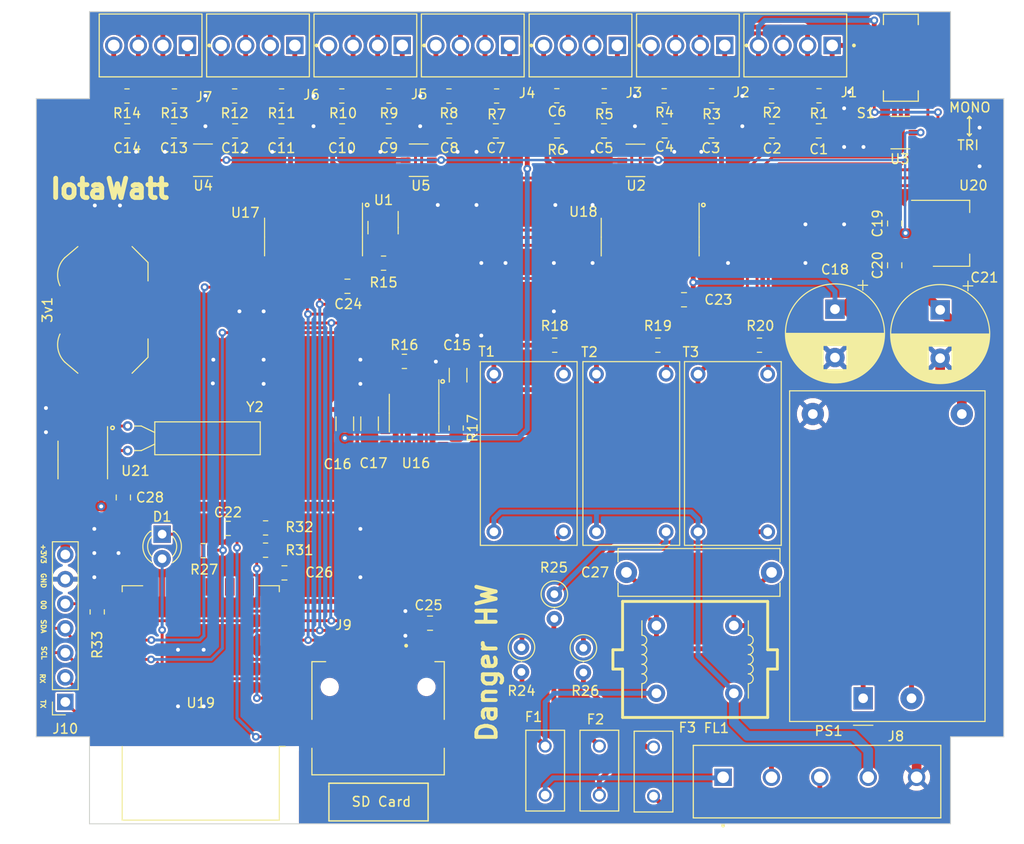
<source format=kicad_pcb>
(kicad_pcb (version 20241229) (generator "pcbnew") (generator_version "9.0")
  (layers (0 "F.Cu" signal) (2 "B.Cu" signal) (13 "F.Paste" user) (15 "B.Paste" user) (5 "F.SilkS" user "F.Silkscreen") (7 "B.SilkS" user "B.Silkscreen") (1 "F.Mask" user) (3 "B.Mask" user) (25 "Edge.Cuts" user))
  (net 0 "")
  (net 1 "Net-(3v1-+)")
  (net 2 "GND")
  (net 3 "Net-(C1-Pad1)")
  (net 4 "Net-(U18-CH2)")
  (net 5 "+3V3")
  (net 6 "Net-(R20-Pad1)")
  (net 7 "Net-(R24-Pad1)")
  (net 8 "Net-(R25-Pad1)")
  (net 9 "Net-(R26-Pad1)")
  (net 10 "Net-(U16A--)")
  (net 11 "Net-(U16B--)")
  (net 12 "Net-(U16A-+)")
  (net 13 "Net-(PS1-+Vout)")
  (net 14 "Net-(U19-~{RST})")
  (net 15 "Net-(D1-KA)")
  (net 16 "Net-(D1-AK)")
  (net 17 "Net-(J10-Pin_2)")
  (net 18 "Net-(J10-Pin_3)")
  (net 19 "Net-(J10-Pin_4)")
  (net 20 "Net-(J10-Pin_5)")
  (net 21 "Net-(J10-Pin_1)")
  (net 22 "Net-(PS1-AC{slash}L)")
  (net 23 "Net-(PS1-AC{slash}N)")
  (net 24 "Net-(U1-K)")
  (net 25 "Net-(U18-CH0)")
  (net 26 "Net-(U19-EN)")
  (net 27 "Net-(U18-CH1)")
  (net 28 "Net-(U18-CH7)")
  (net 29 "Net-(U18-CH4)")
  (net 30 "Net-(U18-CH5)")
  (net 31 "Net-(U18-CH3)")
  (net 32 "Net-(U17-CH6)")
  (net 33 "Net-(U17-CH7)")
  (net 34 "Net-(U17-CH4)")
  (net 35 "Net-(U17-CH5)")
  (net 36 "Net-(U17-CH2)")
  (net 37 "Net-(U17-CH3)")
  (net 38 "Net-(U17-CH1)")
  (net 39 "Net-(U17-~{CS}{slash}SHDN)")
  (net 47 "Net-(U21-OSCI)")
  (net 48 "Net-(U21-OSCO)")
  (net 50 "Net-(R19-Pad1)")
  (net 51 "Net-(C2-Pad2)")
  (net 52 "Net-(U18-CH6)")
  (net 54 "Net-(F1-Pad2)")
  (net 55 "Net-(F2-Pad1)")
  (net 56 "Net-(F2-Pad2)")
  (net 57 "Net-(F3-Pad1)")
  (net 58 "Net-(F3-Pad2)")
  (net 59 "Net-(F1-Pad1)")
  (net 60 "Net-(FL1-Pad2)")
  (net 61 "Net-(J9-CLK)")
  (net 64 "Net-(J9-CD{slash}DAT3)")
  (net 65 "Net-(J9-CMD)")
  (net 66 "Net-(J9-DAT0)")
  (footprint "Capacitor_SMD:C_0805_2012Metric" (layer "F.Cu") (at 143.45 73.8 180)
    (property "Reference" "C23")
    (property "Value" "0.1u" (hide yes))
  )
  (footprint "Converter_ACDC:Converter_ACDC_HiLink_HLK-PMxx" (layer "F.Cu") (at 161.965 115.0195 90)
    (property "Reference" "PS1")
    (property "Value" "HLK-PM01" (hide yes))
  )
  (footprint "Capacitor_SMD:C_0805_2012Metric" (layer "F.Cu") (at 102.15 102.05)
    (property "Reference" "C26")
    (property "Value" "0.1u" (hide yes))
  )
  (footprint "sdcard:CUI_MSD-11-A" (layer "F.Cu") (at 111.83 117.08)
    (property "Reference" "J9")
    (property "Value" "MSD-11-A" (hide yes))
  )
  (footprint "ZMPT107-1:ZMPT107-1" (layer "F.Cu") (at 131 97.8 180)
    (property "Reference" "T1")
    (property "Value" "XMPT107-1" (hide yes))
  )
  (footprint "Resistor_SMD:R_0805_2012Metric" (layer "F.Cu") (at 100.2 97.4 180)
    (property "Reference" "R32")
    (property "Value" "10k" (hide yes))
  )
  (footprint "D5V0P4UR6SO-7:D5V0P4UR6SO-7" (layer "F.Cu") (at 93.726 59.370001)
    (property "Reference" "U4")
    (property "Value" "D5V0P4UR6SO-7" (hide yes))
  )
  (footprint "Resistor_SMD:R_0805_2012Metric" (layer "F.Cu") (at 135.205 52.705 180)
    (property "Reference" "R5")
    (property "Value" "24" (hide yes))
  )
  (footprint "Resistor_SMD:R_0805_2012Metric" (layer "F.Cu") (at 146.3048 52.705 180)
    (property "Reference" "R3")
    (property "Value" "24" (hide yes))
  )
  (footprint "Capacitor_SMD:C_1206_3216Metric" (layer "F.Cu") (at 108.39 86.625 90)
    (property "Reference" "C16")
    (property "Value" "10u" (hide yes))
  )
  (footprint "Resistor_SMD:R_0805_2012Metric" (layer "F.Cu") (at 90.7804 52.7304 180)
    (property "Reference" "R13")
    (property "Value" "24" (hide yes))
  )
  (footprint "Resistor_SMD:R_0805_2012Metric" (layer "F.Cu") (at 130.3028 52.705 180)
    (property "Reference" "R6")
    (property "Value" "24" (hide yes))
  )
  (footprint "Resistor_SMD:R_0805_2012Metric" (layer "F.Cu") (at 141.4026 52.705 180)
    (property "Reference" "R4")
    (property "Value" "24" (hide yes))
  )
  (footprint "Resistor_SMD:R_0805_2012Metric" (layer "F.Cu") (at 85.8782 52.7304 180)
    (property "Reference" "R14")
    (property "Value" "24" (hide yes))
  )
  (footprint "Capacitor_SMD:C_0805_2012Metric" (layer "F.Cu") (at 157.3792 56.3372 180)
    (property "Reference" "C1")
    (property "Value" "C" (hide yes))
  )
  (footprint "Conector 282834:TE_282834-4" (layer "F.Cu") (at 154.9535 47.5 180)
    (property "Reference" "J1")
    (property "Value" "282834-4" (hide yes))
  )
  (footprint "Resistor_SMD:R_0805_2012Metric" (layer "F.Cu") (at 140.75 78.5 180)
    (property "Reference" "R19")
    (property "Value" "820" (hide yes))
  )
  (footprint "Resistor_SMD:R_0805_2012Metric" (layer "F.Cu") (at 112.395 70.0176)
    (property "Reference" "R15")
    (property "Value" "1k" (hide yes))
  )
  (footprint "Crystal:Crystal_AT310_D3.0mm_L10.0mm_Horizontal" (layer "F.Cu") (at 85.95 89.4 90)
    (property "Reference" "Y2")
    (property "Value" "Crystal_32.768kHz" (hide yes))
  )
  (footprint "D5V0P4UR6SO-7:D5V0P4UR6SO-7" (layer "F.Cu") (at 138.43 59.3852)
    (property "Reference" "U2")
    (property "Value" "D5V0P4UR6SO-7" (hide yes))
  )
  (footprint "Resistor_SMD:R_0805_2012Metric" (layer "F.Cu") (at 97.0034 52.7304 180)
    (property "Reference" "R12")
    (property "Value" "24" (hide yes))
  )
  (footprint "Capacitor_SMD:C_0805_2012Metric" (layer "F.Cu") (at 165.227 65.913 90)
    (property "Reference" "C19")
    (property "Value" "0.1u" (hide yes))
  )
  (footprint "Resistor_SMD:R_0805_2012Metric" (layer "F.Cu") (at 82.8 106.0875 90)
    (property "Reference" "R33")
    (property "Value" "10k" (hide yes))
  )
  (footprint "Conector 282834:TE_282834-4" (layer "F.Cu") (at 143.8535 47.5 180)
    (property "Reference" "J2")
    (property "Value" "282834-4" (hide yes))
  )
  (footprint "Resistor_SMD:R_0805_2012Metric" (layer "F.Cu") (at 157.4046 52.705 180)
    (property "Reference" "R1")
    (property "Value" "24" (hide yes))
  )
  (footprint "Resistor_SMD:R_0805_2012Metric" (layer "F.Cu") (at 119.1522 52.7304 180)
    (property "Reference" "R8")
    (property "Value" "24" (hide yes))
  )
  (footprint "Capacitor_SMD:C_0805_2012Metric" (layer "F.Cu") (at 101.8294 56.3372 180)
    (property "Reference" "C11")
    (property "Value" "C" (hide yes))
  )
  (footprint "D5V0P4UR6SO-7:D5V0P4UR6SO-7" (layer "F.Cu") (at 165.8112 56.515)
    (property "Reference" "U3")
    (property "Value" "D5V0P4UR6SO-7" (hide yes))
  )
  (footprint "Resistor_SMD:R_0805_2012Metric" (layer "F.Cu") (at 101.8548 52.7304 180)
    (property "Reference" "R11")
    (property "Value" "24" (hide yes))
  )
  (footprint "Capacitor_SMD:C_0805_2012Metric" (layer "F.Cu") (at 146.2794 56.3372 180)
    (property "Reference" "C3")
    (property "Value" "C" (hide yes))
  )
  (footprint "Resistor_SMD:R_0805_2012Metric" (layer "F.Cu") (at 93.7533 99.75)
    (property "Reference" "R27")
    (property "Value" "220" (hide yes))
  )
  (footprint "Package_SO:SOIC-8_3.9x4.9mm_P1.27mm" (layer "F.Cu") (at 115.55 85.525 -90)
    (property "Reference" "U16")
    (property "Value" "LM358" (hide yes))
  )
  (footprint "Capacitor_SMD:C_0805_2012Metric" (layer "F.Cu") (at 96.3 97.45 180)
    (property "Reference" "C22")
    (property "Value" "0.1u" (hide yes))
  )
  (footprint "JS202011SCQN:SW_JS202011SCQN" (layer "F.Cu") (at 165.862 48.768 -90)
    (property "Reference" "S1")
    (property "Value" "JS202011SCQN" (hide yes))
  )
  (footprint "Conector 282834:TE_282834-4" (layer "F.Cu") (at 110.516 47.5 180)
    (property "Reference" "J5")
    (property "Value" "282834-4" (hide yes))
  )
  (footprint "Resistor_SMD:R_0805_2012Metric" (layer "F.Cu") (at 108.0778 52.7304 180)
    (property "Reference" "R10")
    (property "Value" "24" (hide yes))
  )
  (footprint "Resistor_SMD:R_0805_2012Metric" (layer "F.Cu") (at 112.9546 52.7304 180)
    (property "Reference" "R9")
    (property "Value" "24" (hide yes))
  )
  (footprint "Capacitor_SMD:C_0805_2012Metric" (layer "F.Cu") (at 112.9292 56.3372 180)
    (property "Reference" "C9")
    (property "Value" "C" (hide yes))
  )
  (footprint "RF_Module:ESP-12E" (layer "F.Cu") (at 93.5 115.5 180)
    (property "Reference" "U19")
    (property "Value" "ESP-12F" (hide yes))
  )
  (footprint "Resistor_THT:R_Axial_DIN0207_L6.3mm_D2.5mm_P2.54mm_Vertical" (layer "F.Cu") (at 133.05 109.81 -90)
    (property "Reference" "R26")
    (property "Value" "180k" (hide yes))
  )
  (footprint "Connector_PinSocket_2.54mm:PinSocket_1x07_P2.54mm_Vertical" (layer "F.Cu") (at 79.5 115.4 180)
    (property "Reference" "J10")
    (property "Value" "Conn_01x07" (hide yes))
  )
  (footprint "Capacitor_SMD:C_0805_2012Metric" (layer "F.Cu") (at 165.227 70.231 -90)
    (property "Reference" "C20")
    (property "Value" "0.1u" (hide yes))
  )
  (footprint "Fuse2:FUSRR508W60L835T400H810" (layer "F.Cu") (at 140.3 122.6 -90)
    (property "Reference" "F3")
    (property "Value" "Fuse" (hide yes))
  )
  (footprint "Resistor_SMD:R_0805_2012Metric" (layer "F.Cu") (at 130.0875 78.5 180)
    (property "Reference" "R18")
    (property "Value" "820" (hide yes))
  )
  (footprint "Resistor_SMD:R_0805_2012Metric" (layer "F.Cu") (at 152.5024 52.7304 180)
    (property "Reference" "R2")
    (property "Value" "24" (hide yes))
  )
  (footprint "Conector 282834:TE_282834-4" (layer "F.Cu") (at 99.416 47.5 180)
    (property "Reference" "J6")
    (property "Value" "282834-4" (hide yes))
  )
  (footprint "Resistor_THT:R_Axial_DIN0207_L6.3mm_D2.5mm_P2.54mm_Vertical" (layer "F.Cu") (at 126.65 109.75 -90)
    (property "Reference" "R24")
    (property "Value" "180k" (hide yes))
  )
  (footprint "Capacitor_SMD:C_0805_2012Metric" (layer "F.Cu") (at 130.3282 56.3372 180)
    (property "Reference" "C6")
    (property "Value" "C" (hide yes))
  )
  (footprint "Package_SO:SOP-16_3.9x9.9mm_P1.27mm" (layer "F.Cu") (at 105.156 67.31 -90)
    (property "Reference" "U17")
    (property "Value" "MCP3208" (hide yes))
  )
  (footprint "Capacitor_SMD:C_0805_2012Metric" (layer "F.Cu") (at 108.6612 72.4052 180)
    (property "Reference" "C24")
    (property "Value" "0.1u" (hide yes))
  )
  (footprint "Capacitor_SMD:C_1206_3216Metric" (layer "F.Cu") (at 120.1 81.6 90)
    (property "Reference" "C15")
    (property "Value" "10u" (hide yes))
  )
  (footprint "Conector 282834:TE_282834-4" (layer "F.Cu") (at 121.616 47.5 180)
    (property "Reference" "J4")
    (property "Value" "282834-4" (hide yes))
  )
  (footprint "Fuse2:FUSRR508W60L835T400H810" (layer "F.Cu") (at 129.1 122.5 -90)
    (property "Reference" "F1")
    (property "Value" "Fuse" (hide yes))
  )
  (footprint "ZMPT107-1:ZMPT107-1" (layer "F.Cu") (at 152.1 97.8 180)
    (property "Reference" "T3")
    (property "Value" "XMPT107-1" (hide yes))
  )
  (footprint "Package_SO:SOP-16_3.9x9.9mm_P1.27mm" (layer "F.Cu") (at 139.954 67.3208 -90)
    (property "Reference" "U18")
    (property "Value" "MCP3208" (hide yes))
  )
  (footprint "Conector 1776266-5:TE_1776266-5" (layer "F.Cu") (at 157.49 123.1875)
    (property "Reference" "J8")
    (property "Value" "1776266-5" (hide yes))
  )
  (footprint "EMI:UU9_choke" (layer "F.Cu") (at 144.6 111 180)
    (property "Reference" "FL1")
    (property "Value" "Choke_Schaffner_RN102-0.3-02-12M" (hide yes))
  )
  (footprint "Capacitor_SMD:C_0805_2012Metric" (layer "F.Cu") (at 108.1032 56.3372 180)
    (property "Reference" "C10")
    (property "Value" "C" (hide yes))
  )
  (footprint "Package_SO:SOIC-8_3.9x4.9mm_P1.27mm" (layer "F.Cu") (at 81.3054 90.3732 -90)
    (property "Reference" "U21")
    (property "Value" "PCF8523T" (hide yes))
  )
  (footprint "Capacitor_THT:C_Rect_L16.5mm_W4.7mm_P15.00mm_MKT" (layer "F.Cu") (at 137.5 102)
    (property "Reference" "C27")
    (property "Value" "10nF 400v" (hide yes))
  )
  (footprint "Capacitor_SMD:C_0805_2012Metric" (layer "F.Cu") (at 152.5278 56.3372 180)
    (property "Reference" "C2")
    (property "Value" "C" (hide yes))
  )
  (footprint "Capacitor_SMD:C_0805_2012Metric" (layer "F.Cu") (at 141.4534 56.3372 180)
    (property "Reference" "C4")
    (property "Value" "C" (hide yes))
  )
  (footprint "Capacitor_SMD:C_0805_2012Metric" (layer "F.Cu") (at 117.2 107.25 180)
    (property "Reference" "C25")
    (property "Value" "0.1u" (hide yes))
  )
  (footprint "Capacitor_THT:CP_Radial_D10.0mm_P5.00mm" (layer "F.Cu") (at 159.0548 74.7814 -90)
    (property "Reference" "C18")
    (property "Value" "1000" (hide yes))
  )
  (footprint "Capacitor_SMD:C_0805_2012Metric" (layer "F.Cu") (at 124 56.3372 180)
    (property "Reference" "C7")
    (property "Value" "C" (hide yes))
  )
  (footprint "Resistor_SMD:R_0805_2012Metric" (layer "F.Cu") (at 119.9 87.075 90)
    (property "Reference" "R17")
    (property "Value" "4k7" (hide yes))
  )
  (footprint "Package_TO_SOT_SMD:SOT-223-3_TabPin2" (layer "F.Cu") (at 171.069 66.929)
    (property "Reference" "U20")
    (property "Value" "AMS1117-3.3" (hide yes))
  )
  (footprint "Capacitor_THT:CP_Radial_D10.0mm_P5.00mm" (layer "F.Cu") (at 169.926 74.848323 -90)
    (property "Reference" "C21")
    (property "Value" "1000" (hide yes))
  )
  (footprint "Resistor_SMD:R_0805_2012Metric" (layer "F.Cu") (at 151.25 78.5 180)
    (property "Reference" "R20")
    (property "Value" "820" (hide yes))
  )
  (footprint "Conector 282834:TE_282834-4" (layer "F.Cu") (at 132.7535 47.5 180)
    (property "Reference" "J3")
    (property "Value" "282834-4" (hide yes))
  )
  (footprint "Capacitor_SMD:C_0805_2012Metric" (layer "F.Cu") (at 85.9036 56.3372 180)
    (property "Reference" "C14")
    (property "Value" "C" (hide yes))
  )
  (footprint "Battery:BatteryHolder_LINX_BAT-HLD-012-SMT" (layer "F.Cu") (at 83.65 74.85 -90)
    (property "Reference" "3v1")
    (property "Value" "Batt" (hide yes))
  )
  (footprint "Conector 282834:TE_282834-4" (layer "F.Cu") (at 88.316 47.5 180)
    (property "Reference" "J7")
    (property "Value" "282834-4" (hide yes))
  )
  (footprint "Capacitor_SMD:C_0805_2012Metric" (layer "F.Cu") (at 97.0542 56.3372 180)
    (property "Reference" "C12")
    (property "Value" "C" (hide yes))
  )
  (footprint "Resistor_SMD:R_0805_2012Metric" (layer "F.Cu") (at 114.55 80.175 180)
    (property "Reference" "R16")
    (property "Value" "4k7" (hide yes))
  )
  (footprint "Fuse2:FUSRR508W60L835T400H810" (layer "F.Cu") (at 134.7 122.5 -90)
    (property "Reference" "F2")
    (property "Value" "Fuse" (hide yes))
  )
  (footprint "Package_TO_SOT_SMD:SOT-23" (layer "F.Cu") (at 112.345 66.3425 -90)
    (property "Reference" "U1")
    (property "Value" "LM4040D25FTA" (hide yes))
  )
  (footprint "Capacitor_SMD:C_0805_2012Metric" (layer "F.Cu") (at 119.1878 56.3372 180)
    (property "Reference" "C8")
    (property "Value" "C" (hide yes))
  )
  (footprint "Resistor_SMD:R_0805_2012Metric" (layer "F.Cu") (at 100.2 99.7 180)
    (property "Reference" "R31")
    (property "Value" "10k" (hide yes))
  )
  (footprint "Capacitor_SMD:C_0805_2012Metric" (layer "F.Cu") (at 85.5 94.25 90)
    (property "Reference" "C28")
    (property "Value" "0.1u" (hide yes))
  )
  (footprint "ZMPT107-1:ZMPT107-1" (layer "F.Cu") (at 141.6 97.8 180)
    (property "Reference" "T2")
    (property "Value" "XMPT107-1" (hide yes))
  )
  (footprint "Resistor_THT:R_Axial_DIN0207_L6.3mm_D2.5mm_P2.54mm_Vertical" (layer "F.Cu") (at 130.05 104.25 -90)
    (property "Reference" "R25")
    (property "Value" "180k" (hide yes))
  )
  (footprint "Resistor_SMD:R_0805_2012Metric" (layer "F.Cu") (at 124.0817 52.7304 180)
    (property "Reference" "R7")
    (property "Value" "24" (hide yes))
  )
  (footprint "Capacitor_SMD:C_0805_2012Metric" (layer "F.Cu") (at 135.1796 56.3372 180)
    (property "Reference" "C5")
    (property "Value" "C" (hide yes))
  )
  (footprint "D5V0P4UR6SO-7:D5V0P4UR6SO-7" (layer "F.Cu") (at 116.028 59.370001)
    (property "Reference" "U5")
    (property "Value" "D5V0P4UR6SO-7" (hide yes))
  )
  (footprint "Capacitor_SMD:C_0805_2012Metric" (layer "F.Cu") (at 90.7296 56.3372 180)
    (property "Reference" "C13")
    (property "Value" "C" (hide yes))
  )
  (footprint "LED_THT:LED_D3.0mm" (layer "F.Cu") (at 89.5096 98.044 -90)
    (property "Reference" "D1")
    (property "Value" "LED" (hide yes))
  )
  (footprint "Capacitor_SMD:C_1206_3216Metric" (layer "F.Cu") (at 110.95 86.625 90)
    (property "Reference" "C17")
    (property "Value" "0.1u" (hide yes))
  )
  (gr_line (start 106.75 127.7) (end 106.75 124.15) (stroke (width 0.15)) (layer "F.SilkS"))
  (gr_circle (center 118.5 82.25) (end 118.65 82.35) (stroke (width 0.15)) (fill no) (layer "F.SilkS"))
  (gr_line (start 117 123.8) (end 117 127.7) (stroke (width 0.15)) (layer "F.SilkS"))
  (gr_line (start 117 127.7) (end 106.75 127.7) (stroke (width 0.15)) (layer "F.SilkS"))
  (gr_line (start 172.75 55.05) (end 172.95 54.85) (stroke (width 0.15)) (layer "F.SilkS"))
  (gr_line (start 172.75 56.65) (end 172.95 56.85) (stroke (width 0.15)) (layer "F.SilkS"))
  (gr_line (start 106.75 124.15) (end 106.75 123.8) (stroke (width 0.15)) (layer "F.SilkS"))
  (gr_circle (center 110.7 64) (end 110.85 64.1) (stroke (width 0.15)) (fill no) (layer "F.SilkS"))
  (gr_line (start 106.9 123.8) (end 117 123.8) (stroke (width 0.15)) (layer "F.SilkS"))
  (gr_line (start 172.95 54.85) (end 173.15 55.05) (stroke (width 0.15)) (layer "F.SilkS"))
  (gr_circle (center 84.380277 87.05) (end 84.530277 87.15) (stroke (width 0.15)) (fill no) (layer "F.SilkS"))
  (gr_line (start 106.9 123.8) (end 106.75 123.8) (stroke (width 0.15)) (layer "F.SilkS"))
  (gr_line (start 172.95 54.85) (end 172.95 56.85) (stroke (width 0.15)) (layer "F.SilkS"))
  (gr_line (start 172.95 56.85) (end 172.75 56.65) (stroke (width 0.15)) (layer "F.SilkS"))
  (gr_line (start 172.95 56.85) (end 173.15 56.65) (stroke (width 0.15)) (layer "F.SilkS"))
  (gr_circle (center 145.45 64) (end 145.6 64.1) (stroke (width 0.15)) (fill no) (layer "F.SilkS"))
  (gr_line (start 82 44) (end 171 44) (stroke (width 0.1)) (layer "Edge.Cuts"))
  (gr_line (start 82 44) (end 82 53) (stroke (width 0.1)) (layer "Edge.Cuts"))
  (gr_line (start 171 44) (end 171 53) (stroke (width 0.1)) (layer "Edge.Cuts"))
  (gr_line (start 82 128) (end 171 128) (stroke (width 0.1)) (layer "Edge.Cuts"))
  (gr_line (start 176.5 119) (end 171 119) (stroke (width 0.1)) (layer "Edge.Cuts"))
  (gr_line (start 176.5 53) (end 176.5 119) (stroke (width 0.1)) (layer "Edge.Cuts"))
  (gr_line (start 76.5 53) (end 76.5 119) (stroke (width 0.1)) (layer "Edge.Cuts"))
  (gr_line (start 171 53) (end 176.5 53) (stroke (width 0.1)) (layer "Edge.Cuts"))
  (gr_line (start 171 119) (end 171 128) (stroke (width 0.1)) (layer "Edge.Cuts"))
  (gr_line (start 82 128) (end 82 119) (stroke (width 0.1)) (layer "Edge.Cuts"))
  (gr_line (start 82 119) (end 76.5 119) (stroke (width 0.1)) (layer "Edge.Cuts"))
  (gr_line (start 82 53) (end 76.5 53) (stroke (width 0.1)) (layer "Edge.Cuts"))
  (gr_text "GND" (at 76.95 102 -90) (layer "F.SilkS") (effects (font (size 0.5 0.5) (thickness 0.125)) (justify left bottom)))
  (gr_text "IotaWatt" (at 77.7 63.5 0) (layer "F.SilkS") (effects (font (size 2 2) (thickness 0.5) (bold yes)) (justify left bottom)))
  (gr_text "SCL" (at 77 109.55 -90) (layer "F.SilkS") (effects (font (size 0.5 0.5) (thickness 0.125)) (justify left bottom)))
  (gr_text "00" (at 76.95 104.8 -90) (layer "F.SilkS") (effects (font (size 0.5 0.5) (thickness 0.125)) (justify left bottom)))
  (gr_text "SD Card" (at 109 126.3 0) (layer "F.SilkS") (effects (font (size 1 1)) (justify left bottom)))
  (gr_text "MONO" (at 170.75 54.5 0) (layer "F.SilkS") (effects (font (size 1 1)) (justify left bottom)))
  (gr_text "TRI" (at 171.6 58.4 0) (layer "F.SilkS") (effects (font (size 1 1)) (justify left bottom)))
  (gr_text "TX" (at 76.9 115.1 -90) (layer "F.SilkS") (effects (font (size 0.5 0.5) (thickness 0.125)) (justify left bottom)))
  (gr_text "SDA" (at 76.95 106.8 -90) (layer "F.SilkS") (effects (font (size 0.5 0.5) (thickness 0.125)) (justify left bottom)))
  (gr_text "RX" (at 76.85 112.4 -90) (layer "F.SilkS") (effects (font (size 0.5 0.5) (thickness 0.125)) (justify left bottom)))
  (gr_text "+3V3" (at 76.95 99 -90) (layer "F.SilkS") (effects (font (size 0.5 0.5) (thickness 0.125)) (justify left bottom)))
  (gr_text "Danger HW" (at 124.25 119.75 90) (layer "F.SilkS") (effects (font (size 2 2) (thickness 0.4) (bold yes)) (justify left bottom)))
  (segment (start 83.65 82.45) (end 82.35 82.45) (width 0.5) (layer "F.Cu") (net 1))
  (segment (start 82.35 82.45) (end 80.6704 84.1296) (width 0.5) (layer "F.Cu") (net 1))
  (segment (start 80.6704 84.7) (end 80.6704 87.8982) (width 0.5) (layer "F.Cu") (net 1))
  (segment (start 80.6704 84.1296) (end 80.6704 84.7) (width 0.5) (layer "F.Cu") (net 1))
  (segment (start 175.1 118.1) (end 175.1 93.3) (width 1) (layer "F.Cu") (net 2))
  (segment (start 79.5 102.34) (end 79.5308 102.34) (width 0.3) (layer "F.Cu") (net 2))
  (segment (start 167.49 121.314708) (end 170.704708 118.1) (width 1) (layer "F.Cu") (net 2))
  (segment (start 107.061 71.755) (end 107.061 69.8506) (width 0.5) (layer "F.Cu") (net 2))
  (segment (start 167.49 123.1875) (end 167.49 121.314708) (width 1) (layer "F.Cu") (net 2))
  (segment (start 107.7112 72.4052) (end 107.061 71.755) (width 0.5) (layer "F.Cu") (net 2))
  (segment (start 80.6704 77.5296) (end 82.55 75.65) (width 0.5) (layer "F.Cu") (net 2))
  (segment (start 114.92945 59.313998) (end 114.889998 59.313998) (width 0.5) (layer "F.Cu") (net 2))
  (segment (start 169.926 88.126) (end 169.926 79.848323) (width 1) (layer "F.Cu") (net 2))
  (segment (start 82.55 75.65) (end 85.2 75.65) (width 0.5) (layer "F.Cu") (net 2))
  (segment (start 170.704708 118.1) (end 175.1 118.1) (width 1) (layer "F.Cu") (net 2))
  (segment (start 175.1 93.3) (end 169.926 88.126) (width 1) (layer "F.Cu") (net 2))
  (via (at 162 58) (size 0.8) (drill 0.4) (layers "F.Cu" "B.Cu") (net 2))
  (via (at 174 56) (size 0.8) (drill 0.4) (layers "F.Cu" "B.Cu") (net 2))
  (via (at 110 102.5) (size 0.8) (drill 0.4) (layers "F.Cu" "B.Cu") (net 2))
  (via (at 82.5 102.5) (size 0.8) (drill 0.4) (layers "F.Cu" "B.Cu") (net 2))
  (via (at 94.8 80) (size 0.8) (drill 0.4) (layers "F.Cu" "B.Cu") (net 2))
  (via (at 94.75 82.45) (size 0.8) (drill 0.4) (layers "F.Cu" "B.Cu") (net 2))
  (via (at 91.15 115.85) (size 0.8) (drill 0.4) (layers "F.Cu" "B.Cu") (net 2))
  (via (at 100 80) (size 0.8) (drill 0.4) (layers "F.Cu" "B.Cu") (net 2))
  (via (at 97.5 75) (size 0.8) (drill 0.4) (layers "F.Cu" "B.Cu") (net 2))
  (via (at 130 70) (size 0.8) (drill 0.4) (layers "F.Cu" "B.Cu") (net 2))
  (via (at 130.1496 64) (size 0.8) (drill 0.4) (layers "F.Cu" "B.Cu") (net 2))
  (via (at 122 64) (size 0.8) (drill 0.4) (layers "F.Cu" "B.Cu") (net 2))
  (via (at 116.1796 52.7304) (size 0.8) (drill 0.4) (layers "F.Cu" "B.Cu") (net 2))
  (via (at 114.65 106) (size 0.8) (drill 0.4) (layers "F.Cu" "B.Cu") (net 2))
  (via (at 160 54) (size 0.8) (drill 0.4) (layers "F.Cu" "B.Cu") (net 2))
  (via (at 148 70) (size 0.8) (drill 0.4) (layers "F.Cu" "B.Cu") (net 2))
  (via (at 134 64) (size 0.8) (drill 0.4) (layers "F.Cu" "B.Cu") (net 2))
  (via (at 85.15 64.05) (size 0.8) (drill 0.4) (layers "F.Cu" "B.Cu") (net 2))
  (via (at 122.5 70) (size 0.8) (drill 0.4) (layers "F.Cu" "B.Cu") (net 2))
  (via (at 116.1796 55.8546) (size 0.8) (drill 0.4) (layers "F.Cu" "B.Cu") (net 2))
  (via (at 138.3792 55.8546) (size 0.8) (drill 0.4) (layers "F.Cu" "B.Cu") (net 2))
  (via (at 82.5 97.5) (size 0.8) (drill 0.4) (layers "F.Cu" "B.Cu") (net 2))
  (via (at 114.65 108.55) (size 0.8) (drill 0.4) (layers "F.Cu" "B.Cu") (net 2))
  (via (at 117.8 80.2) (size 0.8) (drill 0.4) (layers "F.Cu" "B.Cu") (net 2))
  (via (at 100.8888 58.5) (size 0.8) (drill 0.4) (layers "F.Cu" "B.Cu") (net 2))
  (via (at 110 82.5) (size 0.8) (drill 0.4) (layers "F.Cu" "B.Cu") (net 2))
  (via (at 82.5 100) (size 0.8) (drill 0.4) (layers "F.Cu" "B.Cu") (net 2))
  (via (at 86.8172 58.5) (size 0.8) (drill 0.4) (layers "F.Cu" "B.Cu") (net 2))
  (via (at 93.98 52.705) (size 0.8) (drill 0.4) (layers "F.Cu" "B.Cu") (net 2))
  (via (at 93.8 110) (size 0.8) (drill 0.4) (layers "F.Cu" "B.Cu") (net 2))
  (via (at 122 58.5) (size 0.8) (drill 0.4) (layers "F.Cu" "B.Cu") (net 2))
  (via (at 77.5 85) (size 0.8) (drill 0.4) (layers "F.Cu" "B.Cu") (net 2))
  (via (at 142.4432 58.5) (size 0.8) (drill 0.4) (layers "F.Cu" "B.Cu") (net 2))
  (via (at 160 66) (size 0.8) (drill 0.4) (layers "F.Cu" "B.Cu") (net 2))
  (via (at 118 64) (size 0.8) (drill 0.4) (layers "F.Cu" "B.Cu") (net 2))
  (via (at 93.98 55.8546) (size 0.8) (drill 0.4) (layers "F.Cu" "B.Cu") (net 2))
  (via (at 130 75) (size 0.8) (drill 0.4) (layers "F.Cu" "B.Cu") (net 2))
  (via (at 82.55 64.05) (size 0.8) (drill 0.4) (layers "F.Cu" "B.Cu") (net 2))
  (via (at 149.479 52.7304) (size 0.8) (drill 0.4) (layers "F.Cu" "B.Cu") (net 2))
  (via (at 125 70) (size 0.8) (drill 0.4) (layers "F.Cu" "B.Cu") (net 2))
  (via (at 89.8 58.5) (size 0.8) (drill 0.4) (layers "F.Cu" "B.Cu") (net 2))
  (via (at 93.8 115.85) (size 0.8) (drill 0.4) (layers "F.Cu" "B.Cu") (net 2))
  (via (at 138.3792 52.7304) (size 0.8) (drill 0.4) (layers "F.Cu" "B.Cu") (net 2))
  (via (at 85 100) (size 0.8) (drill 0.4) (layers "F.Cu" "B.Cu") (net 2))
  (via (at 120.05 58.5) (size 0.8) (drill 0.4) (layers "F.Cu" "B.Cu") (net 2))
  (via (at 131.25 58.5) (size 0.8) (drill 0.4) (layers "F.Cu" "B.Cu") (net 2))
  (via (at 112.0648 58.5) (size 0.8) (drill 0.4) (layers "F.Cu" "B.Cu") (net 2))
  (via (at 174 60) (size 0.8) (drill 0.4) (layers "F.Cu" "B.Cu") (net 2))
  (via (at 100 82.5) (size 0.8) (drill 0.4) (layers "F.Cu" "B.Cu") (net 2))
  (via (at 105.156 55.8546) (size 0.8) (drill 0.4) (layers "F.Cu" "B.Cu") (net 2))
  (via (at 134 70) (size 0.8) (drill 0.4) (layers "F.Cu" "B.Cu") (net 2))
  (via (at 91.15 110) (size 0.8) (drill 0.4) (layers "F.Cu" "B.Cu") (net 2))
  (via (at 160 58) (size 0.8) (drill 0.4) (layers "F.Cu" "B.Cu") (net 2))
  (via (at 160.528 52.324) (size 0.8) (drill 0.4) (layers "F.Cu" "B.Cu") (net 2))
  (via (at 145.2372 58.5) (size 0.8) (drill 0.4) (layers "F.Cu" "B.Cu") (net 2))
  (via (at 120 77.5) (size 0.8) (drill 0.4) (layers "F.Cu" "B.Cu") (net 2))
  (via (at 156 70) (size 0.8) (drill 0.4) (layers "F.Cu" "B.Cu") (net 2))
  (via (at 100 75) (size 0.8) (drill 0.4) (layers "F.Cu" "B.Cu") (net 2))
  (via (at 110 80) (size 0.8) (drill 0.4) (layers "F.Cu" "B.Cu") (net 2))
  (via (at 156 66) (size 0.8) (drill 0.4) (layers "F.Cu" "B.Cu") (net 2))
  (via (at 149.479 55.8546) (size 0.8) (drill 0.4) (layers "F.Cu" "B.Cu") (net 2))
  (via (at 110 97.5) (size 0.8) (drill 0.4) (layers "F.Cu" "B.Cu") (net 2))
  (via (at 77.5 87.5) (size 0.8) (drill 0.4) (layers "F.Cu" "B.Cu") (net 2))
  (via (at 122.5 77.5) (size 0.8) (drill 0.4) (layers "F.Cu" "B.Cu") (net 2))
  (via (at 97.95 58.5) (size 0.8) (drill 0.4) (layers "F.Cu" "B.Cu") (net 2))
  (via (at 108.966 58.5) (size 0.8) (drill 0.4) (layers "F.Cu" "B.Cu") (net 2))
  (via (at 134 58.5) (size 0.8) (drill 0.4) (layers "F.Cu" "B.Cu") (net 2))
  (via (at 105.156 52.7304) (size 0.8) (drill 0.4) (layers "F.Cu" "B.Cu") (net 2))
  (segment (start 158.7635 47.5) (end 165.5552 47.5) (width 0.5) (layer "F.Cu") (net 3))
  (segment (start 165.5552 47.5) (end 166.7872 46.268) (width 0.5) (layer "F.Cu") (net 3))
  (segment (start 158.7635 47.5) (end 158.7635 47.2813) (width 0.5) (layer "F.Cu") (net 3))
  (segment (start 166.7872 46.268) (end 168.612 46.268) (width 0.5) (layer "F.Cu") (net 3))
  (segment (start 158.7635 55.9029) (end 158.3292 56.3372) (width 0.5) (layer "F.Cu") (net 3))
  (segment (start 158.7635 47.5) (end 158.7635 55.9029) (width 0.5) (layer "F.Cu") (net 3))
  (segment (start 164.45865 55.564999) (end 164.423649 55.6) (width 0.3) (layer "F.Cu") (net 4))
  (segment (start 164.45865 55.564999) (end 165.2016 54.822049) (width 0.5) (layer "F.Cu") (net 4))
  (segment (start 149.086 61.214) (end 142.494 61.214) (width 0.3) (layer "F.Cu") (net 4))
  (segment (start 164.423649 55.6) (end 161.3 55.6) (width 0.3) (layer "F.Cu") (net 4))
  (segment (start 164.5412 48.768) (end 163.112 48.768) (width 0.5) (layer "F.Cu") (net 4))
  (segment (start 158.7 58.2) (end 152.1 58.2) (width 0.3) (layer "F.Cu") (net 4))
  (segment (start 165.2016 49.4284) (end 164.5412 48.768) (width 0.5) (layer "F.Cu") (net 4))
  (segment (start 141.859 61.849) (end 141.859 64.8208) (width 0.3) (layer "F.Cu") (net 4))
  (segment (start 142.494 61.214) (end 141.859 61.849) (width 0.3) (layer "F.Cu") (net 4))
  (segment (start 152.1 58.2) (end 149.086 61.214) (width 0.3) (layer "F.Cu") (net 4))
  (segment (start 161.3 55.6) (end 158.7 58.2) (width 0.3) (layer "F.Cu") (net 4))
  (segment (start 165.2016 54.822049) (end 165.2016 49.4284) (width 0.5) (layer "F.Cu") (net 4))
  (segment (start 117.400551 59.35) (end 117.38055 59.370001) (width 0.25) (layer "F.Cu") (net 5))
  (segment (start 118.2 105.7) (end 118.2 111.9) (width 0.5) (layer "F.Cu") (net 5))
  (segment (start 122 88.5) (end 160.8 88.5) (width 1) (layer "F.Cu") (net 5))
  (segment (start 144.399 73.799) (end 144.4 73.8) (width 0.5) (layer "F.Cu") (net 5))
  (segment (start 91.9 67.15) (end 90.1 68.95) (width 0.5) (layer "F.Cu") (net 5))
  (segment (start 109.601 72.395) (end 109.6112 72.4052) (width 0.5) (layer "F.Cu") (net 5))
  (segment (start 109.601 68.201) (end 108.55 67.15) (width 0.5) (layer "F.Cu") (net 5))
  (segment (start 163.322 66.929) (end 167.919 66.929) (width 1) (layer "F.Cu") (net 5))
  (segment (start 101.1 95.2) (end 101.1 105) (width 1) (layer "F.Cu") (net 5))
  (segment (start 83.2104 92.8482) (end 83.2104 95.1738) (width 0.5) (layer "F.Cu") (net 5))
  (segment (start 83.2104 95.1738) (end 83.2366 95.2) (width 1) (layer "F.Cu") (net 5))
  (segment (start 108.331 69.85) (end 109.601 69.85) (width 0.5) (layer "F.Cu") (net 5))
  (segment (start 101.1 105) (end 117.5 105) (width 0.5) (layer "F.Cu") (net 5))
  (segment (start 109.601 69.8506) (end 109.601 71.05) (width 0.5) (layer "F.Cu") (net 5))
  (segment (start 117.5 105) (end 118.2 105.7) (width 0.5) (layer "F.Cu") (net 5))
  (segment (start 111.0488 72.4052) (end 111.506 71.948) (width 0.3) (layer "F.Cu") (net 5))
  (segment (start 90.1 95.2) (end 115.3 95.2) (width 1) (layer "F.Cu") (net 5))
  (segment (start 117.605 88.05) (end 119.875 88.05) (width 0.5) (layer "F.Cu") (net 5))
  (segment (start 162.687 71.882) (end 162.687 67.564) (width 1) (layer "F.Cu") (net 5))
  (segment (start 109.6112 72.4052) (end 111.0488 72.4052) (width 0.3) (layer "F.Cu") (net 5))
  (segment (start 167.919 66.929) (end 167.853 66.863) (width 0.5) (layer "F.Cu") (net 5))
  (segment (start 111.93 112.45) (end 111.43 111.95) (width 0.5) (layer "F.Cu") (net 5))
  (segment (start 159.7876 74.7814) (end 159.0548 74.7814) (width 1) (layer "F.Cu") (net 5))
  (segment (start 174.219 66.929) (end 167.919 66.929) (width 1) (layer "F.Cu") (net 5))
  (segment (start 119.9 87.9875) (end 121.4875 87.9875) (width 0.5) (layer "F.Cu") (net 5))
  (segment (start 162.687 67.564) (end 163.322 66.929) (width 1) (layer "F.Cu") (net 5))
  (segment (start 111.43 111.95) (end 111.43 110.9) (width 0.5) (layer "F.Cu") (net 5))
  (segment (start 108.55 67.15) (end 91.9 67.15) (width 0.5) (layer "F.Cu") (net 5))
  (segment (start 109.601 71.05) (end 109.601 72.395) (width 0.5) (layer "F.Cu") (net 5))
  (segment (start 90.1 68.95) (end 90.1 95.2) (width 0.5) (layer "F.Cu") (net 5))
  (segment (start 162.4 77) (end 160.1814 74.7814) (width 1) (layer "F.Cu") (net 5))
  (segment (start 144.399 69.8208) (end 144.399 73.799) (width 0.5) (layer "F.Cu") (net 5))
  (segment (start 96.129999 59.370001) (end 96.15 59.35) (width 0.25) (layer "F.Cu") (net 5))
  (segment (start 158.369 74.848323) (end 158.369 74.8538) (width 0.5) (layer "F.Cu") (net 5))
  (segment (start 117.65 112.45) (end 111.93 112.45) (width 0.5) (layer "F.Cu") (net 5))
  (segment (start 79.5 96.1) (end 79.5 99.8) (width 1) (layer "F.Cu") (net 5))
  (segment (start 109.601 69.81) (end 109.601 68.201) (width 0.5) (layer "F.Cu") (net 5))
  (segment (start 121.4875 87.9875) (end 122 88.5) (width 0.5) (layer "F.Cu") (net 5))
  (segment (start 86.2 95.2) (end 90.1 95.2) (width 1) (layer "F.Cu") (net 5))
  (segment (start 83.2366 95.2) (end 86.2 95.2) (width 1) (layer "F.Cu") (net 5))
  (segment (start 111.506 71.948) (end 111.506 70.0411) (width 0.3) (layer "F.Cu") (net 5))
  (segment (start 162.687 71.882) (end 159.7876 74.7814) (width 1) (layer "F.Cu") (net 5))
  (segment (start 167.906 56.5) (end 167.17875 56.5) (width 0.25) (layer "F.Cu") (net 5))
  (segment (start 83.2104 95.1738) (end 80.4262 95.1738) (width 1) (layer "F.Cu") (net 5))
  (segment (start 139.81775 59.35) (end 139.78255 59.3852) (width 0.25) (layer "F.Cu") (net 5))
  (segment (start 140.8 59.35) (end 139.81775 59.35) (width 0.25) (layer "F.Cu") (net 5))
  (segment (start 118.2 111.9) (end 117.65 112.45) (width 0.5) (layer "F.Cu") (net 5))
  (segment (start 160.8 88.5) (end 162.4 86.9) (width 1) (layer "F.Cu") (net 5))
  (segment (start 115.3 95.2) (end 122 88.5) (width 1) (layer "F.Cu") (net 5))
  (segment (start 144.399 74.0562) (end 144.4092 74.0664) (width 0.5) (layer "F.Cu") (net 5))
  (segment (start 162.4 86.9) (end 162.4 77) (width 1) (layer "F.Cu") (net 5))
  (segment (start 144.399 69.8208) (end 143.129 69.8208) (width 0.5) (layer "F.Cu") (net 5))
  (segment (start 119.875 88.05) (end 119.9 88.075) (width 0.5) (layer "F.Cu") (net 5))
  (segment (start 167.17875 56.5) (end 167.16375 56.515) (width 0.25) (layer "F.Cu") (net 5))
  (segment (start 160.1814 74.7814) (end 159.0548 74.7814) (width 1) (layer "F.Cu") (net 5))
  (segment (start 118.35 59.35) (end 117.400551 59.35) (width 0.25) (layer "F.Cu") (net 5))
  (segment (start 80.4262 95.1738) (end 79.5 96.1) (width 1) (layer "F.Cu") (net 5))
  (segment (start 95.07855 59.370001) (end 96.129999 59.370001) (width 0.25) (layer "F.Cu") (net 5))
  (via (at 140.8 59.35) (size 0.8) (drill 0.4) (layers "F.Cu" "B.Cu") (net 5))
  (via (at 96.15 59.35) (size 0.8) (drill 0.4) (layers "F.Cu" "B.Cu") (net 5))
  (via (at 167.906 56.5) (size 0.8) (drill 0.4) (layers "F.Cu" "B.Cu") (net 5))
  (via (at 118.35 59.35) (size 0.8) (drill 0.4) (layers "F.Cu" "B.Cu") (net 5))
  (via (at 144.399 72) (size 0.8) (drill 0.4) (layers "F.Cu" "B.Cu") (net 5))
  (via (at 166.35 66.9) (size 0.8) (drill 0.4) (layers "F.Cu" "B.Cu") (net 5))
  (via (at 83.2104 95.1738) (size 0.8) (drill 0.4) (layers "F.Cu" "B.Cu") (net 5))
  (segment (start 96.15 59.35) (end 118.35 59.35) (width 0.25) (layer "B.Cu") (net 5))
  (segment (start 158.9786 74.238723) (end 158.9786 74.7052) (width 1) (layer "B.Cu") (net 5))
  (segment (start 158.1 72) (end 159.0548 72.9548) (width 0.5) (layer "B.Cu") (net 5))
  (segment (start 166.3 59.35) (end 166.3 66.85) (width 0.25) (layer "B.Cu") (net 5))
  (segment (start 159.0548 74.7814) (end 159.0294 74.756) (width 1) (layer "B.Cu") (net 5))
  (segment (start 159.0548 72.9548) (end 159.0548 74.7814) (width 0.5) (layer "B.Cu") (net 5))
  (segment (start 167.906 56.5) (end 166.45 56.5) (width 0.25) (layer "B.Cu") (net 5))
  (segment (start 118.35 59.35) (end 140.8 59.35) (width 0.25) (layer "B.Cu") (net 5))
  (segment (start 166.3 56.65) (end 166.3 59.35) (width 0.25) (layer "B.Cu") (net 5))
  (segment (start 166.3 66.85) (end 166.35 66.9) (width 0.25) (layer "B.Cu") (net 5))
  (segment (start 83.3628 95.2) (end 83.2358 95.327) (width 0.5) (layer "B.Cu") (net 5))
  (segment (start 166.3 59.35) (end 140.8 59.35) (width 0.25) (layer "B.Cu") (net 5))
  (segment (start 166.45 56.5) (end 166.3 56.65) (width 0.25) (layer "B.Cu") (net 5))
  (segment (start 144.399 72) (end 158.1 72) (width 0.5) (layer "B.Cu") (net 5))
  (segment (start 158.9786 74.7052) (end 159.0548 74.7814) (width 1) (layer "B.Cu") (net 5))
  (segment (start 169.7 54.4) (end 169.7 59.9) (width 0.3) (layer "F.Cu") (net 6))
  (segment (start 167.6 62) (end 155.075 62) (width 0.3) (layer "F.Cu") (net 6))
  (segment (start 152.1625 64.9125) (end 152.1625 78.5) (width 0.3) (layer "F.Cu") (net 6))
  (segment (start 152.1625 78.5) (end 152.1625 81.4375) (width 0.5) (layer "F.Cu") (net 6))
  (segment (start 163.1696 54.4068) (end 163.112 54.3492) (width 0.3) (layer "F.Cu") (net 6))
  (segment (start 163.112 54.3492) (end 163.112 51.268) (width 0.3) (layer "F.Cu") (net 6))
  (segment (start 155.075 62) (end 152.1625 64.9125) (width 0.3) (layer "F.Cu") (net 6))
  (segment (start 169.7 59.9) (end 167.6 62) (width 0.3) (layer "F.Cu") (net 6))
  (segment (start 152.1625 81.4375) (end 152.1 81.5) (width 0.25) (layer "F.Cu") (net 6))
  (via (at 163.1696 54.4068) (size 0.8) (drill 0.4) (layers "F.Cu" "B.Cu") (net 6))
  (via (at 169.7 54.4) (size 0.8) (drill 0.4) (layers "F.Cu" "B.Cu") (net 6))
  (segment (start 169.6932 54.4068) (end 163.1696 54.4068) (width 0.3) (layer "B.Cu") (net 6))
  (segment (start 169.7 54.4) (end 169.6932 54.4068) (width 0.3) (layer "B.Cu") (net 6))
  (segment (start 126.7 109.73) (end 126.65 109.78) (width 0.5) (layer "F.Cu") (net 7))
  (segment (start 131 97.85) (end 126.7 102.15) (width 0.5) (layer "F.Cu") (net 7))
  (segment (start 126.7 102.15) (end 126.7 109.73) (width 0.5) (layer "F.Cu") (net 7))
  (segment (start 131 97.8) (end 131 97.85) (width 0.5) (layer "F.Cu") (net 7))
  (segment (start 141.55 97.75) (end 141.6 97.8) (width 0.5) (layer "F.Cu") (net 8))
  (segment (start 130.05 104.25) (end 130.25 104.25) (width 0.5) (layer "F.Cu") (net 8))
  (segment (start 134.8 99.5) (end 130.05 104.25) (width 0.5) (layer "B.Cu") (net 8))
  (segment (start 141.6 98.9) (end 141 99.5) (width 0.5) (layer "B.Cu") (net 8))
  (segment (start 141.6 97.8) (end 141.6 98.9) (width 0.5) (layer "B.Cu") (net 8))
  (segment (start 141 99.5) (end 134.8 99.5) (width 0.5) (layer "B.Cu") (net 8))
  (segment (start 136.25 99.5) (end 133.05 102.7) (width 0.5) (layer "F.Cu") (net 9))
  (segment (start 148.5 99.5) (end 136.25 99.5) (width 0.5) (layer "F.Cu") (net 9))
  (segment (start 133.05 102.7) (end 133.05 109.81) (width 0.5) (layer "F.Cu") (net 9))
  (segment (start 150.2 97.8) (end 148.5 99.5) (width 0.5) (layer "F.Cu") (net 9))
  (segment (start 152.1 97.8) (end 150.2 97.8) (width 0.5) (layer "F.Cu") (net 9))
  (segment (start 144.9 82.5) (end 144.3 83.1) (width 0.5) (layer "F.Cu") (net 10))
  (segment (start 120.125 83.1) (end 120.1 83.075) (width 0.5) (layer "F.Cu") (net 10))
  (segment (start 134.5 79.5) (end 135.5 78.5) (width 0.5) (layer "F.Cu") (net 10))
  (segment (start 135.5 78.5) (end 139.5 78.5) (width 0.5) (layer "F.Cu") (net 10))
  (segment (start 116.185 83.05) (end 117.455 83.05) (width 0.5) (layer "F.Cu") (net 10))
  (segment (start 125 78.5) (end 123.8 79.7) (width 0.5) (layer "F.Cu") (net 10))
  (segment (start 144.3 83.1) (end 123.8 83.1) (width 0.5) (layer "F.Cu") (net 10))
  (segment (start 129.175 78.5) (end 125 78.5) (width 0.5) (layer "F.Cu") (net 10))
  (segment (start 134.4 81.5) (end 134.4 79.6) (width 0.5) (layer "F.Cu") (net 10))
  (segment (start 144.9 81.5) (end 144.9 82.5) (width 0.5) (layer "F.Cu") (net 10))
  (segment (start 123.8 79.7) (end 123.8 83.1) (width 0.5) (layer "F.Cu") (net 10))
  (segment (start 147.9 78.5) (end 144.9 81.5) (width 0.5) (layer "F.Cu") (net 10))
  (segment (start 117.455 83.05) (end 120.075 83.05) (width 0.5) (layer "F.Cu") (net 10))
  (segment (start 134.4 79.6) (end 134.5 79.5) (width 0.5) (layer "F.Cu") (net 10))
  (segment (start 134.4 81.5) (end 134.4 82.9) (width 0.5) (layer "F.Cu") (net 10))
  (segment (start 150.3375 78.5) (end 147.9 78.5) (width 0.5) (layer "F.Cu") (net 10))
  (segment (start 120.075 83.05) (end 120.1 83.075) (width 0.5) (layer "F.Cu") (net 10))
  (segment (start 123.8 83.1) (end 120.125 83.1) (width 0.5) (layer "F.Cu") (net 10))
  (segment (start 120.346 56.129) (end 120.1378 56.3372) (width 0.5) (layer "F.Cu") (net 11))
  (segment (start 100.9 45.6) (end 109.25 45.6) (width 0.5) (layer "F.Cu") (net 11))
  (segment (start 134.05 45.6) (end 142.8 45.6) (width 0.5) (layer "F.Cu") (net 11))
  (segment (start 153.6835 47.5) (end 153.6835 56.1315) (width 0.5) (layer "F.Cu") (net 11))
  (segment (start 100.686 45.814) (end 100.9 45.6) (width 0.5) (layer "F.Cu") (net 11))
  (segment (start 122.886 47.5) (end 122.886 45.614) (width 0.5) (layer "F.Cu") (net 11))
  (segment (start 156.216 56.6125) (end 156.3035 56.7) (width 0.5) (layer "F.Cu") (net 11))
  (segment (start 111.786 45.614) (end 111.8 45.6) (width 0.5) (layer "F.Cu") (net 11))
  (segment (start 122.886 45.614) (end 122.9 45.6) (width 0.5) (layer "F.Cu") (net 11))
  (segment (start 142.5835 47.5) (end 142.5835 56.1571) (width 0.5) (layer "F.Cu") (net 11))
  (segment (start 89.586 56.1436) (end 89.7796 56.3372) (width 0.5) (layer "F.Cu") (net 11))
  (segment (start 116.185 88) (end 114.915 88) (width 0.25) (layer "F.Cu") (net 11))
  (segment (start 145.1235 45.6735) (end 145.05 45.6) (width 0.5) (layer "F.Cu") (net 11))
  (segment (start 122.886 56.1732) (end 123.05 56.3372) (width 0.5) (layer "F.Cu") (net 11))
  (segment (start 145.05 45.6) (end 153.45 45.6) (width 0.5) (layer "F.Cu") (net 11))
  (segment (start 111.8 45.6) (end 120.3 45.6) (width 0.5) (layer "F.Cu") (net 11))
  (segment (start 100.686 47.5) (end 100.686 45.814) (width 0.5) (layer "F.Cu") (net 11))
  (segment (start 114.375 89.8) (end 114.915 89.26) (width 0.3) (layer "F.Cu") (net 11))
  (segment (start 153.6835 47.5) (end 153.6835 45.8335) (width 0.5) (layer "F.Cu") (net 11))
  (segment (start 111.786 47.5) (end 111.786 45.614) (width 0.5) (layer "F.Cu") (net 11))
  (segment (start 131.35 45.6) (end 134.05 45.6) (width 0.5) (layer "F.Cu") (net 11))
  (segment (start 87.046 56.1448) (end 86.8536 56.3372) (width 0.5) (layer "F.Cu") (net 11))
  (segment (start 89.586 47.5) (end 89.586 45.614) (width 0.5) (layer "F.Cu") (net 11))
  (segment (start 89.586 47.5) (end 89.586 56.1436) (width 0.5) (layer "F.Cu") (net 11))
  (segment (start 120.346 45.646) (end 120.3 45.6) (width 0.5) (layer "F.Cu") (net 11))
  (segment (start 142.5835 56.1571) (end 142.4034 56.3372) (width 0.5) (layer "F.Cu") (net 11))
  (segment (start 87.046 47.5) (end 87.046 46.154) (width 0.5) (layer "F.Cu") (net 11))
  (segment (start 142.8 45.6) (end 145.05 45.6) (width 0.5) (layer "F.Cu") (net 11))
  (segment (start 155.8 45.6) (end 156.2235 46.0235) (width 0.5) (layer "F.Cu") (net 11))
  (segment (start 134.0235 47.5) (end 134.0235 56.1311) (width 0.5) (layer "F.Cu") (net 11))
  (segment (start 98.146 45.754) (end 98.3 45.6) (width 0.5) (layer "F.Cu") (net 11))
  (segment (start 109.246 45.604) (end 109.25 45.6) (width 0.5) (layer "F.Cu") (net 11))
  (segment (start 98.146 56.1954) (end 98.0042 56.3372) (width 0.5) (layer "F.Cu") (net 11))
  (segment (start 127.25 45.6) (end 131.35 45.6) (width 0.5) (layer "F.Cu") (net 11))
  (segment (start 109.246 56.1444) (end 109.0532 56.3372) (width 0.5) (layer "F.Cu") (net 11))
  (segment (start 156.2235 46.0235) (end 156.2235 47.5) (width 0.5) (layer "F.Cu") (net 11))
  (segment (start 120.3 45.6) (end 122.9 45.6) (width 0.5) (layer "F.Cu") (net 11))
  (segment (start 131.4835 56.1319) (end 131.2782 56.3372) (width 0.5) (layer "F.Cu") (net 11))
  (segment (start 114.915 89.26) (end 114.915 88) (width 0.3) (layer "F.Cu") (net 11))
  (segment (start 109.246 47.5) (end 109.246 45.604) (width 0.5) (layer "F.Cu") (net 11))
  (segment (start 89.586 45.614) (end 89.6 45.6) (width 0.5) (layer "F.Cu") (net 11))
  (segment (start 153.6835 56.1315) (end 153.4778 56.3372) (width 0.5) (layer "F.Cu") (net 11))
  (segment (start 109.246 47.5) (end 109.246 56.1444) (width 0.5) (layer "F.Cu") (net 11))
  (segment (start 122.886 56.1442) (end 123.079 56.3372) (width 0.5) (layer "F.Cu") (net 11))
  (segment (start 100.686 56.1438) (end 100.8794 56.3372) (width 0.5) (layer "F.Cu") (net 11))
  (segment (start 87.6 45.6) (end 89.6 45.6) (width 0.5) (layer "F.Cu") (net 11))
  (segment (start 109.25 45.6) (end 111.8 45.6) (width 0.5) (layer "F.Cu") (net 11))
  (segment (start 131.4835 47.5) (end 131.4835 56.1319) (width 0.5) (layer "F.Cu") (net 11))
  (segment (start 156.2235 56.1315) (end 156.4292 56.3372) (width 0.5) (layer "F.Cu") (net 11))
  (segment (start 145.1235 56.1313) (end 145.3294 56.3372) (width 0.5) (layer "F.Cu") (net 11))
  (segment (start 100.686 47.5) (end 100.686 56.1438) (width 0.5) (layer "F.Cu") (net 11))
  (segment (start 122.886 47.5) (end 122.886 56.1732) (width 0.5) (layer "F.Cu") (net 11))
  (segment (start 108.39 88.1) (end 108.39 89.09) (width 0.3) (layer "F.Cu") (net 11))
  (segment (start 109.1 89.8) (end 114.375 89.8) (width 0.3) (layer "F.Cu") (net 11))
  (segment (start 156.2235 47.5) (end 156.2235 56.1315) (width 0.5) (layer "F.Cu") (net 11))
  (segment (start 156.2235 47.5) (end 156.216 47.5075) (width 0.5) (layer "F.Cu") (net 11))
  (segment (start 134.0235 56.1311) (end 134.2296 56.3372) (width 0.5) (layer "F.Cu") (net 11))
  (segment (start 127.25 45.6) (end 127.25 60.25) (width 0.5) (layer "F.Cu") (net 11))
  (segment (start 111.786 47.5) (end 111.786 56.144) (width 0.5) (layer "F.Cu") (net 11))
  (segment (start 98.3 45.6) (end 100.9 45.6) (width 0.5) (layer "F.Cu") (net 11))
  (segment (start 120.346 47.5) (end 120.346 45.646) (width 0.5) (layer "F.Cu") (net 11))
  (segment (start 145.1235 47.5) (end 145.1235 56.1313) (width 0.5) (layer "F.Cu") (net 11))
  (segment (start 134.0235 45.6265) (end 134.05 45.6) (width 0.5) (layer "F.Cu") (net 11))
  (segment (start 120.346 47.5) (end 120.346 56.129) (width 0.5) (layer "F.Cu") (net 11))
  (segment (start 153.6835 45.8335) (end 153.45 45.6) (width 0.5) (layer "F.Cu") (net 11))
  (segment (start 131.4835 47.5) (end 131.4835 45.7335) (width 0.5) (layer "F.Cu") (net 11))
  (segment (start 87.046 47.5) (end 87.046 56.1448) (width 0.5) (layer "F.Cu") (net 11))
  (segment (start 87.046 46.154) (end 87.6 45.6) (width 0.5) (layer "F.Cu") (net 11))
  (segment (start 142.5835 47.5) (end 142.5835 45.8165) (width 0.5) (layer "F.Cu") (net 11))
  (segment (start 153.45 45.6) (end 155.8 45.6) (width 0.5) (layer "F.Cu") (net 11))
  (segment (start 98.146 47.5) (end 98.146 45.754) (width 0.5) (layer "F.Cu") (net 11))
  (segment (start 98.146 47.5) (end 98.146 56.1954) (width 0.5) (layer "F.Cu") (net 11))
  (segment (start 122.9 45.6) (end 127.25 45.6) (width 0.5) (layer "F.Cu") (net 11))
  (segment (start 131.4835 45.7335) (end 131.35 45.6) (width 0.5) (layer "F.Cu") (net 11))
  (segment (start 108.39 89.09) (end 109.1 89.8) (width 0.3) (layer "F.Cu") (net 11))
  (segment (start 145.1235 47.5) (end 145.1235 45.6735) (width 0.5) (layer "F.Cu") (net 11))
  (segment (start 111.786 56.144) (end 111.9792 56.3372) (width 0.5) (layer "F.Cu") (net 11))
  (segment (start 134.0235 47.5) (end 134.0235 45.6265) (width 0.5) (layer "F.Cu") (net 11))
  (segment (start 142.5835 45.8165) (end 142.8 45.6) (width 0.5) (layer "F.Cu") (net 11))
  (segment (start 89.6 45.6) (end 98.3 45.6) (width 0.5) (layer "F.Cu") (net 11))
  (via (at 127.25 60.25) (size 0.8) (drill 0.4) (layers "F.Cu" "B.Cu") (net 11))
  (via (at 108.39 88.1) (size 0.8) (drill 0.4) (layers "F.Cu" "B.Cu") (net 11))
  (segment (start 127.25 87.2) (end 126.35 88.1) (width 0.5) (layer "B.Cu") (net 11))
  (segment (start 127.25 60.25) (end 127.25 87.2) (width 0.5) (layer "B.Cu") (net 11))
  (segment (start 126.35 88.1) (end 108.39 88.1) (width 0.5) (layer "B.Cu") (net 11))
  (segment (start 113.62 88.025) (end 113.645 88) (width 0.25) (layer "F.Cu") (net 12))
  (segment (start 110.95 88.025) (end 113.62 88.025) (width 0.25) (layer "F.Cu") (net 12))
  (segment (start 114.075 86.15) (end 113.645 86.58) (width 0.25) (layer "F.Cu") (net 12))
  (segment (start 114.915 81.81) (end 115.4625 81.2625) (width 0.3) (layer "F.Cu") (net 12))
  (segment (start 113.645 86.58) (end 113.645 88) (width 0.25) (layer "F.Cu") (net 12))
  (segment (start 114.915 83.05) (end 114.915 86.15) (width 0.25) (layer "F.Cu") (net 12))
  (segment (start 115.4625 81.2625) (end 115.4625 80.175) (width 0.3) (layer "F.Cu") (net 12))
  (segment (start 114.915 83.05) (end 114.915 81.81) (width 0.3) (layer "F.Cu") (net 12))
  (segment (start 119.75 86.15) (end 114.075 86.15) (width 0.25) (layer "F.Cu") (net 12))
  (segment (start 167.919 72.841323) (end 169.926 74.848323) (width 1) (layer "F.Cu") (net 13))
  (segment (start 167.867 69.281) (end 167.919 69.229) (width 0.5) (layer "F.Cu") (net 13))
  (segment (start 172.165 85.6195) (end 172.165 77.087323) (width 1) (layer "F.Cu") (net 13))
  (segment (start 167.919 69.229) (end 167.919 72.841323) (width 1) (layer "F.Cu") (net 13))
  (segment (start 165.227 69.281) (end 167.867 69.281) (width 1) (layer "F.Cu") (net 13))
  (segment (start 172.165 77.087323) (end 169.926 74.848323) (width 1) (layer "F.Cu") (net 13))
  (segment (start 97.25 97.45) (end 97.3 97.4) (width 0.5) (layer "F.Cu") (net 14))
  (segment (start 97.25 97.45) (end 97.25 99.45) (width 0.3) (layer "F.Cu") (net 14))
  (segment (start 97.3 97.4) (end 99.2875 97.4) (width 0.5) (layer "F.Cu") (net 14))
  (segment (start 99.2 119) (end 101.1 119) (width 0.3) (layer "F.Cu") (net 14))
  (via (at 97.25 99.45) (size 0.8) (drill 0.4) (layers "F.Cu" "B.Cu") (net 14))
  (via (at 99.2 119) (size 0.8) (drill 0.4) (layers "F.Cu" "B.Cu") (net 14))
  (segment (start 97.25 117.05) (end 99.2 119) (width 0.3) (layer "B.Cu") (net 14))
  (segment (start 97.25 99.45) (end 97.25 117.05) (width 0.3) (layer "B.Cu") (net 14))
  (segment (start 92.456 98.044) (end 92.837 98.425) (width 0.3) (layer "F.Cu") (net 15))
  (segment (start 92.837 100.1738) (end 92.8408 100.1776) (width 0.3) (layer "F.Cu") (net 15))
  (segment (start 92.837 98.425) (end 92.837 100.1738) (width 0.3) (layer "F.Cu") (net 15))
  (segment (start 89.5096 98.044) (end 92.456 98.044) (width 0.3) (layer "F.Cu") (net 15))
  (segment (start 89.5096 112.141) (end 90.3686 113) (width 0.3) (layer "F.Cu") (net 16))
  (segment (start 90.3686 113) (end 101.1 113) (width 0.3) (layer "F.Cu") (net 16))
  (segment (start 89.5096 107.95) (end 89.5096 112.141) (width 0.3) (layer "F.Cu") (net 16))
  (via (at 89.5096 107.95) (size 0.8) (drill 0.4) (layers "F.Cu" "B.Cu") (net 16))
  (segment (start 89.5096 100.584) (end 89.5096 107.95) (width 0.3) (layer "B.Cu") (net 16))
  (segment (start 79.7 112.5) (end 79.5 112.5) (width 0.3) (layer "F.Cu") (net 17))
  (segment (start 79.5 112.86) (end 83.64 117) (width 0.3) (layer "F.Cu") (net 17))
  (segment (start 83.64 117) (end 85.9 117) (width 0.3) (layer "F.Cu") (net 17))
  (segment (start 79.45 110.3) (end 77.7 110.3) (width 0.3) (layer "F.Cu") (net 18))
  (segment (start 79.5 110.32) (end 84.18 115) (width 0.3) (layer "F.Cu") (net 18))
  (segment (start 77.1 91.6) (end 77.5902 91.1098) (width 0.3) (layer "F.Cu") (net 18))
  (segment (start 80.2098 91.1098) (end 80.6704 91.5704) (width 0.3) (layer "F.Cu") (net 18))
  (segment (start 84.18 115) (end 85.9 115) (width 0.3) (layer "F.Cu") (net 18))
  (segment (start 79.5 110.25) (end 79.45 110.3) (width 0.3) (layer "F.Cu") (net 18))
  (segment (start 77.5902 91.1098) (end 80.2098 91.1098) (width 0.3) (layer "F.Cu") (net 18))
  (segment (start 77.1 109.7) (end 77.1 91.6) (width 0.3) (layer "F.Cu") (net 18))
  (segment (start 80.6704 91.5704) (end 80.6704 92.8482) (width 0.3) (layer "F.Cu") (net 18))
  (segment (start 77.7 110.3) (end 77.1 109.7) (width 0.3) (layer "F.Cu") (net 18))
  (segment (start 79.14 107.78) (end 78.28 107.78) (width 0.3) (layer "F.Cu") (net 19))
  (segment (start 78.28 107.78) (end 78 107.5) (width 0.3) (layer "F.Cu") (net 19))
  (segment (start 78.4494 92.8482) (end 79.4004 92.8482) (width 0.3) (layer "F.Cu") (net 19))
  (segment (start 78 93.2976) (end 78.4494 92.8482) (width 0.3) (layer "F.Cu") (net 19))
  (segment (start 78 107.5) (end 78 93.2976) (width 0.3) (layer "F.Cu") (net 19))
  (segment (start 84.4 113) (end 85.9 113) (width 0.3) (layer "F.Cu") (net 19))
  (segment (start 79.5 107.78) (end 79.5 108.1) (width 0.3) (layer "F.Cu") (net 19))
  (segment (start 79.5 107.42) (end 79.14 107.78) (width 0.3) (layer "F.Cu") (net 19))
  (segment (start 79.5 108.1) (end 84.4 113) (width 0.3) (layer "F.Cu") (net 19))
  (segment (start 118.3132 72.0868) (end 118.8 71.6) (width 0.3) (layer "F.Cu") (net 20))
  (segment (start 136.3 71.6) (end 136.779 71.121) (width 0.3) (layer "F.Cu") (net 20))
  (segment (start 118.3132 76.3868) (end 118.3132 72.0868) (width 0.3) (layer "F.Cu") (net 20))
  (segment (start 95.8 99.7) (end 94.7158 99.7) (width 0.3) (layer "F.Cu") (net 20))
  (segment (start 81.3 107.9) (end 84.4 111) (width 0.3) (layer "F.Cu") (net 20))
  (segment (start 85.9 111) (end 88.3646 111) (width 0.3) (layer "F.Cu") (net 20))
  (segment (start 79.5 104.9) (end 79.5 105.24) (width 0.3) (layer "F.Cu") (net 20))
  (segment (start 117.5 77.2) (end 118.3132 76.3868) (width 0.3) (layer "F.Cu") (net 20))
  (segment (start 88.3646 111) (end 88.3666 110.998) (width 0.3) (layer "F.Cu") (net 20))
  (segment (start 84.4 111) (end 85.9 111) (width 0.3) (layer "F.Cu") (net 20))
  (segment (start 136.779 71.121) (end 136.779 69.8208) (width 0.3) (layer "F.Cu") (net 20))
  (segment (start 80.94 105.24) (end 81.3 105.6) (width 0.3) (layer "F.Cu") (net 20))
  (segment (start 118.8 71.6) (end 136.3 71.6) (width 0.3) (layer "F.Cu") (net 20))
  (segment (start 94.7158 99.7) (end 94.6658 99.75) (width 0.3) (layer "F.Cu") (net 20))
  (segment (start 95.7326 77.2) (end 117.5 77.2) (width 0.3) (layer "F.Cu") (net 20))
  (segment (start 79.5 105.24) (end 80.94 105.24) (width 0.3) (layer "F.Cu") (net 20))
  (segment (start 81.3 105.6) (end 81.3 107.9) (width 0.3) (layer "F.Cu") (net 20))
  (via (at 88.3666 110.998) (size 0.8) (drill 0.4) (layers "F.Cu" "B.Cu") (net 20))
  (via (at 95.7326 77.2) (size 0.8) (drill 0.4) (layers "F.Cu" "B.Cu") (net 20))
  (via (at 95.8 99.7) (size 0.8) (drill 0.4) (layers "F.Cu" "B.Cu") (net 20))
  (segment (start 95.7326 99.6326) (end 95.8 99.7) (width 0.3) (layer "B.Cu") (net 20))
  (segment (start 95.7326 109.855) (end 94.5896 110.998) (width 0.3) (layer "B.Cu") (net 20))
  (segment (start 95.7326 99.7674) (end 95.7326 109.855) (width 0.3) (layer "B.Cu") (net 20))
  (segment (start 95.8 99.7) (end 95.7326 99.7674) (width 0.3) (layer "B.Cu") (net 20))
  (segment (start 95.7326 77.2) (end 95.7326 99.6326) (width 0.3) (layer "B.Cu") (net 20))
  (segment (start 94.5896 110.998) (end 88.3666 110.998) (width 0.3) (layer "B.Cu") (net 20))
  (segment (start 83.1 119) (end 85.9 119) (width 0.3) (layer "F.Cu") (net 21))
  (segment (start 79.5 115.4) (end 83.1 119) (width 0.3) (layer "F.Cu") (net 21))
  (segment (start 161.965 111.165) (end 161.965 115.0195) (width 0.5) (layer "F.Cu") (net 22))
  (segment (start 140.6 107.5) (end 140.6 108.9) (width 0.5) (layer "F.Cu") (net 22))
  (segment (start 160.7 109.9) (end 161.965 111.165) (width 0.5) (layer "F.Cu") (net 22))
  (segment (start 140 106.9) (end 140.6 107.5) (width 0.5) (layer "F.Cu") (net 22))
  (segment (start 137.5 102) (end 140.6 105.1) (width 0.5) (layer "F.Cu") (net 22))
  (segment (start 140.6 105.1) (end 140.6 107.5) (width 0.5) (layer "F.Cu") (net 22))
  (segment (start 140.6 108.9) (end 141.6 109.9) (width 0.5) (layer "F.Cu") (net 22))
  (segment (start 161.965 115.0195) (end 161.965 115.4792) (width 0.5) (layer "F.Cu") (net 22))
  (segment (start 141.6 109.9) (end 160.7 109.9) (width 0.5) (layer "F.Cu") (net 22))
  (segment (start 152.5 102) (end 148.6 105.9) (width 0.5) (layer "F.Cu") (net 23))
  (segment (start 166.965 108.965) (end 166.965 115.0195) (width 0.5) (layer "F.Cu") (net 23))
  (segment (start 165.5 107.5) (end 166.965 108.965) (width 0.5) (layer "F.Cu") (net 23))
  (segment (start 148.6 107.5) (end 165.5 107.5) (width 0.5) (layer "F.Cu") (net 23))
  (segment (start 148.6 105.9) (end 148.6 107.5) (width 0.5) (layer "F.Cu") (net 23))
  (segment (start 113.295 70.0051) (end 113.3075 70.0176) (width 0.3) (layer "F.Cu") (net 24))
  (segment (start 113.284 67.4295) (end 113.295 67.4405) (width 0.3) (layer "F.Cu") (net 24))
  (segment (start 109.601 63.299) (end 109.601 64.81) (width 0.3) (layer "F.Cu") (net 24))
  (segment (start 113.295 63.395) (end 113.295 65.405) (width 0.3) (layer "F.Cu") (net 24))
  (segment (start 113.284 65.278) (end 113.284 67.4295) (width 0.3) (layer "F.Cu") (net 24))
  (segment (start 113.295 67.4405) (end 113.295 70.0051) (width 0.3) (layer "F.Cu") (net 24))
  (segment (start 112.9 63) (end 113.295 63.395) (width 0.3) (layer "F.Cu") (net 24))
  (segment (start 112.9 63) (end 109.9 63) (width 0.3) (layer "F.Cu") (net 24))
  (segment (start 109.9 63) (end 109.601 63.299) (width 0.3) (layer "F.Cu") (net 24))
  (segment (start 167.16375 57.465001) (end 167.16375 58.54065) (width 0.3) (layer "F.Cu") (net 25))
  (segment (start 150 64.25) (end 150 72.5) (width 0.3) (layer "F.Cu") (net 25))
  (segment (start 146 76.5) (end 131.5 76.5) (width 0.3) (layer "F.Cu") (net 25))
  (segment (start 167.765001 57.465001) (end 167.9 57.6) (width 0.3) (layer "F.Cu") (net 25))
  (segment (start 131 78.5) (end 131 81.5) (width 0.5) (layer "F.Cu") (net 25))
  (segment (start 153.2636 59.7408) (end 150.2664 62.738) (width 0.3) (layer "F.Cu") (net 25))
  (segment (start 150.2664 62.738) (end 144.78 62.738) (width 0.3) (layer "F.Cu") (net 25))
  (segment (start 167.9 59.1) (end 166.6416 60.3584) (width 0.3) (layer "F.Cu") (net 25))
  (segment (start 144.78 62.738) (end 144.399 63.119) (width 0.3) (layer "F.Cu") (net 25))
  (segment (start 131.5 76.5) (end 131 77) (width 0.3) (layer "F.Cu") (net 25))
  (segment (start 144.399 63.119) (end 144.399 64.8208) (width 0.3) (layer "F.Cu") (net 25))
  (segment (start 131 77) (end 131 78.5) (width 0.3) (layer "F.Cu") (net 25))
  (segment (start 167.9 57.6) (end 167.9 59.1) (width 0.3) (layer "F.Cu") (net 25))
  (segment (start 165.9636 59.7408) (end 153.2636 59.7408) (width 0.3) (layer "F.Cu") (net 25))
  (segment (start 166.6416 60.3584) (end 153.8916 60.3584) (width 0.3) (layer "F.Cu") (net 25))
  (segment (start 167.16375 58.54065) (end 165.9636 59.7408) (width 0.3) (layer "F.Cu") (net 25))
  (segment (start 150 72.5) (end 146 76.5) (width 0.3) (layer "F.Cu") (net 25))
  (segment (start 153.8916 60.3584) (end 150 64.25) (width 0.3) (layer "F.Cu") (net 25))
  (segment (start 131.1 81.5) (end 131 81.6) (width 0.5) (layer "F.Cu") (net 25))
  (segment (start 167.16375 57.465001) (end 167.765001 57.465001) (width 0.3) (layer "F.Cu") (net 25))
  (segment (start 99.2875 100.2) (end 99.2875 101.5875) (width 0.3) (layer "F.Cu") (net 26))
  (segment (start 99.3 115) (end 101.1 115) (width 0.3) (layer "F.Cu") (net 26))
  (segment (start 99.2875 101.5875) (end 99.3 101.6) (width 0.3) (layer "F.Cu") (net 26))
  (via (at 99.3 115) (size 0.8) (drill 0.4) (layers "F.Cu" "B.Cu") (net 26))
  (via (at 99.3 101.6) (size 0.8) (drill 0.4) (layers "F.Cu" "B.Cu") (net 26))
  (segment (start 99.3 101.6) (end 99.3 115) (width 0.3) (layer "B.Cu") (net 26))
  (segment (start 143.764 61.976) (end 143.129 62.611) (width 0.3) (layer "F.Cu") (net 27))
  (segment (start 166.632701 55.564999) (end 166.116 56.0817) (width 0.3) (layer "F.Cu") (net 27))
  (segment (start 166.5224 54.923649) (end 166.5224 49.4284) (width 0.5) (layer "F.Cu") (net 27))
  (segment (start 167.1828 48.768) (end 168.612 48.768) (width 0.5) (layer "F.Cu") (net 27))
  (segment (start 166.116 56.0817) (end 166.116 58.3184) (width 0.3) (layer "F.Cu") (net 27))
  (segment (start 152.6032 59.0296) (end 149.6568 61.976) (width 0.3) (layer "F.Cu") (net 27))
  (segment (start 149.6568 61.976) (end 143.764 61.976) (width 0.3) (layer "F.Cu") (net 27))
  (segment (start 165.4048 59.0296) (end 152.6032 59.0296) (width 0.3) (layer "F.Cu") (net 27))
  (segment (start 167.16375 55.564999) (end 166.632701 55.564999) (width 0.3) (layer "F.Cu") (net 27))
  (segment (start 166.5224 49.4284) (end 167.1828 48.768) (width 0.5) (layer "F.Cu") (net 27))
  (segment (start 143.129 62.611) (end 143.129 64.8208) (width 0.3) (layer "F.Cu") (net 27))
  (segment (start 166.116 58.3184) (end 165.4048 59.0296) (width 0.3) (layer "F.Cu") (net 27))
  (segment (start 167.16375 55.564999) (end 166.5224 54.923649) (width 0.5) (layer "F.Cu") (net 27))
  (segment (start 135.509 64.8208) (end 135.509 61.849) (width 0.3) (layer "F.Cu") (net 28))
  (segment (start 125.426 47.5) (end 125.426 55.8902) (width 0.5) (layer "F.Cu") (net 28))
  (segment (start 134.874 61.214) (end 118.001774 61.214) (width 0.3) (layer "F.Cu") (net 28))
  (segment (start 117.38055 60.592776) (end 117.38055 60.320002) (width 0.3) (layer "F.Cu") (net 28))
  (segment (start 118.001774 61.214) (end 117.38055 60.592776) (width 0.3) (layer "F.Cu") (net 28))
  (segment (start 124.968 59.882999) (end 124.968 56.3482) (width 0.5) (layer "F.Cu") (net 28))
  (segment (start 124.525999 60.325) (end 124.968 59.882999) (width 0.5) (layer "F.Cu") (net 28))
  (segment (start 135.509 61.849) (end 134.874 61.214) (width 0.3) (layer "F.Cu") (net 28))
  (segment (start 125.426 55.8902) (end 124.979 56.3372) (width 0.5) (layer "F.Cu") (net 28))
  (segment (start 124.968 56.3482) (end 124.979 56.3372) (width 0.5) (layer "F.Cu") (net 28))
  (segment (start 117.38055 60.325) (end 124.525999 60.325) (width 0.5) (layer "F.Cu") (net 28))
  (segment (start 139.251501 58.435199) (end 138.9309 58.7558) (width 0.3) (layer "F.Cu") (net 29))
  (segment (start 138.9309 61.4609) (end 139.319 61.849) (width 0.3) (layer "F.Cu") (net 29))
  (segment (start 139.78255 57.05805) (end 140.5034 56.3372) (width 0.5) (layer "F.Cu") (net 29))
  (segment (start 140.0435 47.5) (end 140.0435 55.8773) (width 0.5) (layer "F.Cu") (net 29))
  (segment (start 138.9309 58.7558) (end 138.9309 61.4609) (width 0.3) (layer "F.Cu") (net 29))
  (segment (start 140.0435 55.8773) (end 140.5034 56.3372) (width 0.5) (layer "F.Cu") (net 29))
  (segment (start 139.78255 58.435199) (end 139.78255 57.05805) (width 0.5) (layer "F.Cu") (net 29))
  (segment (start 139.319 61.849) (end 139.319 64.8208) (width 0.3) (layer "F.Cu") (net 29))
  (segment (start 139.78255 58.435199) (end 139.251501 58.435199) (width 0.3) (layer "F.Cu") (net 29))
  (segment (start 138.049 58.8757) (end 138.049 64.8208) (width 0.3) (layer "F.Cu") (net 30))
  (segment (start 137.608499 58.435199) (end 138.049 58.8757) (width 0.3) (layer "F.Cu") (net 30))
  (segment (start 136.5635 47.5) (end 136.5635 55.9033) (width 0.5) (layer "F.Cu") (net 30))
  (segment (start 137.07745 57.28505) (end 136.1296 56.3372) (width 0.5) (layer "F.Cu") (net 30))
  (segment (start 137.07745 58.435199) (end 137.07745 57.28505) (width 0.5) (layer "F.Cu") (net 30))
  (segment (start 137.07745 58.435199) (end 137.608499 58.435199) (width 0.3) (layer "F.Cu") (net 30))
  (segment (start 136.5635 55.9033) (end 136.1296 56.3372) (width 0.5) (layer "F.Cu") (net 30))
  (segment (start 139.78255 61.29655) (end 139.78255 60.335201) (width 0.3) (layer "F.Cu") (net 31))
  (segment (start 139.78255 60.325) (end 146.877999 60.325) (width 0.5) (layer "F.Cu") (net 31))
  (segment (start 147.6635 47.5) (end 147.6635 55.9031) (width 0.5) (layer "F.Cu") (net 31))
  (segment (start 147.6635 55.9031) (end 147.2294 56.3372) (width 0.5) (layer "F.Cu") (net 31))
  (segment (start 140.589 62.103) (end 139.78255 61.29655) (width 0.3) (layer "F.Cu") (net 31))
  (segment (start 140.589 64.8208) (end 140.589 62.103) (width 0.3) (layer "F.Cu") (net 31))
  (segment (start 146.877999 60.325) (end 147.32 59.882999) (width 0.5) (layer "F.Cu") (net 31))
  (segment (start 147.32 56.4278) (end 147.2294 56.3372) (width 0.5) (layer "F.Cu") (net 31))
  (segment (start 147.32 59.882999) (end 147.32 56.4278) (width 0.5) (layer "F.Cu") (net 31))
  (segment (start 92.126 47.5) (end 92.126 55.8908) (width 0.5) (layer "F.Cu") (net 32))
  (segment (start 93.472 58.7169) (end 93.1751 58.42) (width 0.3) (layer "F.Cu") (net 32))
  (segment (start 101.981 62.981) (end 101.484 62.484) (width 0.3) (layer "F.Cu") (net 32))
  (segment (start 94.234 62.484) (end 93.472 61.722) (width 0.3) (layer "F.Cu") (net 32))
  (segment (start 92.5 57.1576) (end 92.5 58.29345) (width 0.5) (layer "F.Cu") (net 32))
  (segment (start 92.126 55.8908) (end 91.6796 56.3372) (width 0.5) (layer "F.Cu") (net 32))
  (segment (start 91.6796 56.3372) (end 92.5 57.1576) (width 0.5) (layer "F.Cu") (net 32))
  (segment (start 101.981 64.81) (end 101.981 62.981) (width 0.3) (layer "F.Cu") (net 32))
  (segment (start 92.5 58.29345) (end 92.37345 58.42) (width 0.5) (layer "F.Cu") (net 32))
  (segment (start 93.1751 58.42) (end 92.37345 58.42) (width 0.3) (layer "F.Cu") (net 32))
  (segment (start 101.484 62.484) (end 94.234 62.484) (width 0.3) (layer "F.Cu") (net 32))
  (segment (start 93.472 61.722) (end 93.472 58.7169) (width 0.3) (layer "F.Cu") (net 32))
  (segment (start 92.57745 60.325) (end 85.736001 60.325) (width 0.5) (layer "F.Cu") (net 33))
  (segment (start 93.152001 63.246) (end 92.37345 62.467449) (width 0.3) (layer "F.Cu") (net 33))
  (segment (start 85.319 60.325) (end 84.9536 59.9596) (width 0.5) (layer "F.Cu") (net 33))
  (segment (start 100.711 63.711) (end 100.246 63.246) (width 0.3) (layer "F.Cu") (net 33))
  (segment (start 100.711 64.81) (end 100.711 63.711) (width 0.3) (layer "F.Cu") (net 33))
  (segment (start 84.506 47.5) (end 84.506 55.8896) (width 0.5) (layer "F.Cu") (net 33))
  (segment (start 84.506 47.5) (end 84.278 47.728) (width 0.5) (layer "F.Cu") (net 33))
  (segment (start 92.37345 62.467449) (end 92.37345 60.325) (width 0.3) (layer "F.Cu") (net 33))
  (segment (start 84.506 55.8896) (end 84.9536 56.3372) (width 0.5) (layer "F.Cu") (net 33))
  (segment (start 86.36 60.325) (end 85.319 60.325) (width 0.5) (layer "F.Cu") (net 33))
  (segment (start 100.246 63.246) (end 93.152001 63.246) (width 0.3) (layer "F.Cu") (net 33))
  (segment (start 85.294 56.6776) (end 84.9536 56.3372) (width 0.3) (layer "F.Cu") (net 33))
  (segment (start 84.9536 59.9596) (end 84.9536 56.3372) (width 0.5) (layer "F.Cu") (net 33))
  (segment (start 102.2735 60.325) (end 102.7794 59.8191) (width 0.5) (layer "F.Cu") (net 34))
  (segment (start 102.7794 59.8191) (end 102.7794 56.3372) (width 0.5) (layer "F.Cu") (net 34))
  (segment (start 95.07855 60.78855) (end 95.25 60.96) (width 0.3) (layer "F.Cu") (net 34))
  (segment (start 95.07855 60.320002) (end 95.07855 60.78855) (width 0.3) (layer "F.Cu") (net 34))
  (segment (start 95.28255 60.325) (end 102.2735 60.325) (width 0.5) (layer "F.Cu") (net 34))
  (segment (start 103.226 55.8906) (end 102.7794 56.3372) (width 0.5) (layer "F.Cu") (net 34))
  (segment (start 103.96 60.96) (end 104.521 61.521) (width 0.3) (layer "F.Cu") (net 34))
  (segment (start 104.521 61.521) (end 104.521 64.81) (width 0.3) (layer "F.Cu") (net 34))
  (segment (start 103.226 47.5) (end 103.226 55.8906) (width 0.5) (layer "F.Cu") (net 34))
  (segment (start 95.25 60.96) (end 103.96 60.96) (width 0.3) (layer "F.Cu") (net 34))
  (segment (start 94.107 58.735001) (end 94.107 60.96) (width 0.3) (layer "F.Cu") (net 35))
  (segment (start 95.623887 58.42) (end 95.362775 58.42) (width 0.5) (layer "F.Cu") (net 35))
  (segment (start 102.746 61.722) (end 103.251 62.227) (width 0.3) (layer "F.Cu") (net 35))
  (segment (start 95.07855 58.42) (end 94.422001 58.42) (width 0.3) (layer "F.Cu") (net 35))
  (segment (start 96.1042 57.939687) (end 95.623887 58.42) (width 0.5) (layer "F.Cu") (net 35))
  (segment (start 95.606 55.839) (end 96.1042 56.3372) (width 0.5) (layer "F.Cu") (net 35))
  (segment (start 103.251 62.227) (end 103.251 64.81) (width 0.3) (layer "F.Cu") (net 35))
  (segment (start 94.869 61.722) (end 102.746 61.722) (width 0.3) (layer "F.Cu") (net 35))
  (segment (start 95.606 47.5) (end 95.606 55.839) (width 0.5) (layer "F.Cu") (net 35))
  (segment (start 94.422001 58.42) (end 94.107 58.735001) (width 0.3) (layer "F.Cu") (net 35))
  (segment (start 94.107 60.96) (end 94.869 61.722) (width 0.3) (layer "F.Cu") (net 35))
  (segment (start 96.1042 56.3372) (end 96.1042 57.939687) (width 0.5) (layer "F.Cu") (net 35))
  (segment (start 114.67545 57.13345) (end 113.8792 56.3372) (width 0.5) (layer "F.Cu") (net 36))
  (segment (start 115.697 58.910501) (end 115.697 60.833) (width 0.3) (layer "F.Cu") (net 36))
  (segment (start 114.326 55.8904) (end 113.8792 56.3372) (width 0.5) (layer "F.Cu") (net 36))
  (segment (start 107.061 62.188) (end 107.061 64.81) (width 0.3) (layer "F.Cu") (net 36))
  (segment (start 115.697 60.833) (end 114.935 61.595) (width 0.3) (layer "F.Cu") (net 36))
  (segment (start 114.67545 58.42) (end 114.67545 57.13345) (width 0.5) (layer "F.Cu") (net 36))
  (segment (start 114.935 61.595) (end 107.654 61.595) (width 0.3) (layer "F.Cu") (net 36))
  (segment (start 114.67545 58.42) (end 115.206499 58.42) (width 0.3) (layer "F.Cu") (net 36))
  (segment (start 107.654 61.595) (end 107.061 62.188) (width 0.3) (layer "F.Cu") (net 36))
  (segment (start 115.206499 58.42) (end 115.697 58.910501) (width 0.3) (layer "F.Cu") (net 36))
  (segment (start 114.326 47.5) (end 114.326 55.8904) (width 0.5) (layer "F.Cu") (net 36))
  (segment (start 105.791 64.81) (end 105.791 61.609) (width 0.3) (layer "F.Cu") (net 37))
  (segment (start 106.706 55.89) (end 107.1532 56.3372) (width 0.5) (layer "F.Cu") (net 37))
  (segment (start 114.67545 60.325) (end 107.834001 60.325) (width 0.5) (layer "F.Cu") (net 37))
  (segment (start 106.706 47.5) (end 106.706 55.89) (width 0.5) (layer "F.Cu") (net 37))
  (segment (start 107.834001 60.325) (end 107.138 59.628999) (width 0.5) (layer "F.Cu") (net 37))
  (segment (start 107.138 59.628999) (end 107.138 56.3524) (width 0.5) (layer "F.Cu") (net 37))
  (segment (start 105.791 61.609) (end 106.44 60.96) (width 0.3) (layer "F.Cu") (net 37))
  (segment (start 107.138 56.3524) (end 107.1532 56.3372) (width 0.5) (layer "F.Cu") (net 37))
  (segment (start 106.44 60.96) (end 114.3 60.96) (width 0.3) (layer "F.Cu") (net 37))
  (segment (start 114.67545 60.58455) (end 114.67545 60.320002) (width 0.3) (layer "F.Cu") (net 37))
  (segment (start 114.3 60.96) (end 114.67545 60.58455) (width 0.3) (layer "F.Cu") (net 37))
  (segment (start 110.1 62.23) (end 108.87 62.23) (width 0.3) (layer "F.Cu") (net 38))
  (segment (start 115.57 62.23) (end 110.1 62.23) (width 0.3) (layer "F.Cu") (net 38))
  (segment (start 117.38055 58.42) (end 116.849501 58.42) (width 0.3) (layer "F.Cu") (net 38))
  (segment (start 117.806 55.9054) (end 118.2378 56.3372) (width 0.5) (layer "F.Cu") (net 38))
  (segment (start 117.38055 57.19445) (end 118.2378 56.3372) (width 0.5) (layer "F.Cu") (net 38))
  (segment (start 108.331 62.769) (end 108.331 64.81) (width 0.3) (layer "F.Cu") (net 38))
  (segment (start 117.38055 58.42) (end 117.38055 57.19445) (width 0.5) (layer "F.Cu") (net 38))
  (segment (start 116.849501 58.42) (end 116.332 58.937501) (width 0.3) (layer "F.Cu") (net 38))
  (segment (start 116.332 58.937501) (end 116.332 61.468) (width 0.3) (layer "F.Cu") (net 38))
  (segment (start 108.87 62.23) (end 108.331 62.769) (width 0.3) (layer "F.Cu") (net 38))
  (segment (start 117.806 47.5) (end 117.806 55.9054) (width 0.5) (layer "F.Cu") (net 38))
  (segment (start 116.332 61.468) (end 115.57 62.23) (width 0.3) (layer "F.Cu") (net 38))
  (segment (start 101.981 71.819) (end 101.981 69.81) (width 0.3) (layer "F.Cu") (net 39))
  (segment (start 88.3834 109) (end 88.392 108.9914) (width 0.3) (layer "F.Cu") (net 39))
  (segment (start 93.9 72.5) (end 101.3 72.5) (width 0.3) (layer "F.Cu") (net 39))
  (segment (start 85.9 109) (end 88.3834 109) (width 0.3) (layer "F.Cu") (net 39))
  (segment (start 101.3 72.5) (end 101.981 71.819) (width 0.3) (layer "F.Cu") (net 39))
  (via (at 88.392 108.9914) (size 0.8) (drill 0.4) (layers "F.Cu" "B.Cu") (net 39))
  (via (at 93.9 72.5) (size 0.8) (drill 0.4) (layers "F.Cu" "B.Cu") (net 39))
  (segment (start 93.9 72.5) (end 93.8276 72.5724) (width 0.3) (layer "B.Cu") (net 39))
  (segment (start 93.8276 108.5596) (end 93.3958 108.9914) (width 0.3) (layer "B.Cu") (net 39))
  (segment (start 93.8276 72.5724) (end 93.8276 108.5596) (width 0.3) (layer "B.Cu") (net 39))
  (segment (start 93.3958 108.9914) (end 88.392 108.9914) (width 0.3) (layer "B.Cu") (net 39))
  (segment (start 83.2104 88.9604) (end 83.65 89.4) (width 0.3) (layer "F.Cu") (net 47))
  (segment (start 83.65 89.4) (end 85.95 89.4) (width 0.3) (layer "F.Cu") (net 47))
  (segment (start 83.2104 87.8982) (end 83.2104 88.9604) (width 0.3) (layer "F.Cu") (net 47))
  (segment (start 83.8306 86.0806) (end 84.61 86.86) (width 0.3) (layer "F.Cu") (net 48))
  (segment (start 81.9404 86.6902) (end 82.55 86.0806) (width 0.3) (layer "F.Cu") (net 48))
  (segment (start 81.9404 87.8982) (end 81.9404 86.6902) (width 0.3) (layer "F.Cu") (net 48))
  (segment (start 84.61 86.86) (end 85.95 86.86) (width 0.3) (layer "F.Cu") (net 48))
  (segment (start 82.55 86.0806) (end 83.8306 86.0806) (width 0.3) (layer "F.Cu") (net 48))
  (segment (start 151 73.5) (end 151 64.5) (width 0.3) (layer "F.Cu") (net 50))
  (segment (start 151 64.5) (end 154.3 61.2) (width 0.3) (layer "F.Cu") (net 50))
  (segment (start 141.6625 81.4375) (end 141.6 81.5) (width 0.25) (layer "F.Cu") (net 50))
  (segment (start 154.3 61.2) (end 166.9428 61.2) (width 0.3) (layer "F.Cu") (net 50))
  (segment (start 141.5125 78.5) (end 146 78.5) (width 0.3) (layer "F.Cu") (net 50))
  (segment (start 141.3125 78.5125) (end 141.325 78.5) (width 0.3) (layer "F.Cu") (net 50))
  (segment (start 166.9428 61.2) (end 168.656 59.4868) (width 0.3) (layer "F.Cu") (net 50))
  (segment (start 168.656 51.312) (end 168.612 51.268) (width 0.3) (layer "F.Cu") (net 50))
  (segment (start 168.656 59.4868) (end 168.656 51.312) (width 0.3) (layer "F.Cu") (net 50))
  (segment (start 146 78.5) (end 151 73.5) (width 0.3) (layer "F.Cu") (net 50))
  (segment (start 141.6625 78.5) (end 141.6625 81.4375) (width 0.5) (layer "F.Cu") (net 50))
  (segment (start 151.1435 55.9029) (end 151.5778 56.3372) (width 0.5) (layer "F.Cu") (net 51))
  (segment (start 151.1435 47.5) (end 151.1435 55.9029) (width 0.5) (layer "F.Cu") (net 51))
  (segment (start 163.112 46.268) (end 163.112 44.914) (width 0.5) (layer "F.Cu") (net 51))
  (segment (start 163.112 44.914) (end 163.1188 44.9072) (width 0.5) (layer "F.Cu") (net 51))
  (via (at 163.1188 44.9072) (size 0.8) (drill 0.4) (layers "F.Cu" "B.Cu") (net 51))
  (segment (start 163.1188 44.9072) (end 151.7904 44.9072) (width 0.5) (layer "B.Cu") (net 51))
  (segment (start 151.7904 44.9072) (end 151.1435 45.5541) (width 0.5) (layer "B.Cu") (net 51))
  (segment (start 151.1435 45.5541) (end 151.1435 47.5) (width 0.5) (layer "B.Cu") (net 51))
  (segment (start 136.779 61.595) (end 137.07745 61.29655) (width 0.3) (layer "F.Cu") (net 52))
  (segment (start 128.9435 55.9025) (end 129.3782 56.3372) (width 0.5) (layer "F.Cu") (net 52))
  (segment (start 128.9435 47.5) (end 128.9435 55.9025) (width 0.5) (layer "F.Cu") (net 52))
  (segment (start 137.07745 61.29655) (end 137.07745 60.335201) (width 0.3) (layer "F.Cu") (net 52))
  (segment (start 130.175 60.325) (end 129.286 59.436) (width 0.5) (layer "F.Cu") (net 52))
  (segment (start 137.07745 60.325) (end 130.236001 60.325) (width 0.5) (layer "F.Cu") (net 52))
  (segment (start 129.286 56.4294) (end 129.3782 56.3372) (width 0.5) (layer "F.Cu") (net 52))
  (segment (start 129.286 59.436) (end 129.286 56.4294) (width 0.5) (layer "F.Cu") (net 52))
  (segment (start 136.779 64.8208) (end 136.779 61.595) (width 0.3) (layer "F.Cu") (net 52))
  (segment (start 147.49 123.25) (end 129.9125 123.25) (width 0.5) (layer "B.Cu") (net 54))
  (segment (start 129.1 124.0625) (end 129.1 125.04) (width 0.5) (layer "B.Cu") (net 54))
  (segment (start 130.5 123.25) (end 129.9125 123.25) (width 0.5) (layer "B.Cu") (net 54))
  (segment (start 129.9125 123.25) (end 129.1 124.0625) (width 0.5) (layer "B.Cu") (net 54))
  (segment (start 134.7 119.96) (end 130 115.26) (width 0.5) (layer "F.Cu") (net 55))
  (segment (start 130 106.84) (end 130.05 106.79) (width 0.5) (layer "F.Cu") (net 55))
  (segment (start 130 115.26) (end 130 106.84) (width 0.5) (layer "F.Cu") (net 55))
  (segment (start 152.49 121.49) (end 151.7 120.7) (width 0.5) (layer "F.Cu") (net 56))
  (segment (start 151.7 120.7) (end 145.2 120.7) (width 0.5) (layer "F.Cu") (net 56))
  (segment (start 145.2 120.7) (end 144 121.9) (width 0.5) (layer "F.Cu") (net 56))
  (segment (start 134.7 123.5) (end 134.7 125.04) (width 0.5) (layer "F.Cu") (net 56))
  (segment (start 136.3 121.9) (end 134.7 123.5) (width 0.5) (layer "F.Cu") (net 56))
  (segment (start 144 121.9) (end 136.3 121.9) (width 0.5) (layer "F.Cu") (net 56))
  (segment (start 152.49 122.5875) (end 152.49 121.49) (width 0.5) (layer "F.Cu") (net 56))
  (segment (start 133.05 112.35) (end 133.05 113.55) (width 0.5) (layer "F.Cu") (net 57))
  (segment (start 139.56 120.06) (end 140.3 120.06) (width 0.5) (layer "F.Cu") (net 57))
  (segment (start 133.05 113.55) (end 139.56 120.06) (width 0.5) (layer "F.Cu") (net 57))
  (segment (start 141.16 126) (end 156.25 126) (width 0.5) (layer "F.Cu") (net 58))
  (segment (start 157.49 124.76) (end 157.49 123.1875) (width 0.5) (layer "F.Cu") (net 58))
  (segment (start 140.3 125.14) (end 141.16 126) (width 0.5) (layer "F.Cu") (net 58))
  (segment (start 156.25 126) (end 157.49 124.76) (width 0.5) (layer "F.Cu") (net 58))
  (segment (start 126.7 117.56) (end 126.7 112.37) (width 0.5) (layer "F.Cu") (net 59))
  (segment (start 129.1 119.96) (end 126.7 117.56) (width 0.5) (layer "F.Cu") (net 59))
  (segment (start 126.7 112.37) (end 126.65 112.32) (width 0.5) (layer "F.Cu") (net 59))
  (segment (start 140.6 114.5) (end 130 114.5) (width 0.5) (layer "B.Cu") (net 59))
  (segment (start 130 114.5) (end 129.1 115.4) (width 0.5) (layer "B.Cu") (net 59))
  (segment (start 129.1 115.4) (end 129.1 119.96) (width 0.5) (layer "B.Cu") (net 59))
  (segment (start 123.8 96.45) (end 123.8 97.65) (width 0.5) (layer "B.Cu") (net 60))
  (segment (start 162.49 120.44) (end 160.95 118.9) (width 1) (layer "B.Cu") (net 60))
  (segment (start 134.5 95.75) (end 144.2 95.75) (width 0.5) (layer "B.Cu") (net 60))
  (segment (start 134.4 97.55) (end 134.4 95.85) (width 0.5) (layer "B.Cu") (net 60))
  (segment (start 148.6 117.5) (end 148.6 114.5) (width 1) (layer "B.Cu") (net 60))
  (segment (start 160.95 118.9) (end 150 118.9) (width 1) (layer "B.Cu") (net 60))
  (segment (start 148.5 114.25) (end 148.6 114.25) (width 0.5) (layer "B.Cu") (net 60))
  (segment (start 144.9 96.45) (end 144.9 110.65) (width 0.5) (layer "B.Cu") (net 60))
  (segment (start 134.4 95.85) (end 134.5 95.75) (width 0.25) (layer "B.Cu") (net 60))
  (segment (start 144.9 110.65) (end 148.5 114.25) (width 0.5) (layer "B.Cu") (net 60))
  (segment (start 124.5 95.75) (end 123.8 96.45) (width 0.5) (layer "B.Cu") (net 60))
  (segment (start 134.5 95.75) (end 124.5 95.75) (width 0.5) (layer "B.Cu") (net 60))
  (segment (start 162.49 123.1875) (end 162.49 120.44) (width 1) (layer "B.Cu") (net 60))
  (segment (start 144.2 95.75) (end 144.9 96.45) (width 0.5) (layer "B.Cu") (net 60))
  (segment (start 150 118.9) (end 148.6 117.5) (width 1) (layer "B.Cu") (net 60))
  (segment (start 98.6 108.5) (end 99.1 108) (width 0.3) (layer "F.Cu") (net 61))
  (segment (start 101.1 111) (end 99 111) (width 0.3) (layer "F.Cu") (net 61))
  (segment (start 139.9794 66.5988) (end 140.5636 67.183) (width 0.3) (layer "F.Cu") (net 61))
  (segment (start 116.2558 66.5988) (end 139.9794 66.5988) (width 0.3) (layer "F.Cu") (net 61))
  (segment (start 99 111) (end 98.6 110.6) (width 0.3) (layer "F.Cu") (net 61))
  (segment (start 109.4224 108) (end 110.33 108.9076) (width 0.3) (layer "F.Cu") (net 61))
  (segment (start 105.791 74.2696) (end 114.4778 74.2696) (width 0.3) (layer "F.Cu") (net 61))
  (segment (start 115.1382 73.6092) (end 115.1382 67.7164) (width 0.3) (layer "F.Cu") (net 61))
  (segment (start 115.1382 67.7164) (end 116.2558 66.5988) (width 0.3) (layer "F.Cu") (net 61))
  (segment (start 110.33 108.9076) (end 110.33 111.2) (width 0.3) (layer "F.Cu") (net 61))
  (segment (start 114.4778 74.2696) (end 115.1382 73.6092) (width 0.3) (layer "F.Cu") (net 61))
  (segment (start 105.791 74.2696) (end 105.791 69.81) (width 0.3) (layer "F.Cu") (net 61))
  (segment (start 140.5636 67.183) (end 140.5636 69.8354) (width 0.3) (layer "F.Cu") (net 61))
  (segment (start 98.6 110.6) (end 98.6 108.5) (width 0.3) (layer "F.Cu") (net 61))
  (segment (start 99.1 108) (end 109.4224 108) (width 0.3) (layer "F.Cu") (net 61))
  (via (at 105.8 108) (size 0.8) (drill 0.4) (layers "F.Cu" "B.Cu") (net 61))
  (via (at 105.791 74.2696) (size 0.8) (drill 0.4) (layers "F.Cu" "B.Cu") (net 61))
  (segment (start 105.8 108) (end 105.8 74.2786) (width 0.3) (layer "B.Cu") (net 61))
  (segment (start 105.8 74.2786) (end 105.791 74.2696) (width 0.3) (layer "B.Cu") (net 61))
  (segment (start 98.8 106) (end 112.603554 106) (width 0.3) (layer "F.Cu") (net 64))
  (segment (start 97.8 107) (end 98.8 106) (width 0.3) (layer "F.Cu") (net 64))
  (segment (start 112.603554 106) (end 113.63 107.026446) (width 0.3) (layer "F.Cu") (net 64))
  (segment (start 113.63 107.026446) (end 113.63 111.2) (width 0.3) (layer "F.Cu") (net 64))
  (segment (start 85.9 107) (end 97.8 107) (width 0.3) (layer "F.Cu") (net 64))
  (segment (start 85.9 107) (end 82.8 107) (width 0.3) (layer "F.Cu") (net 64))
  (segment (start 117.1194 75.2856) (end 117.1194 68.6308) (width 0.3) (layer "F.Cu") (net 65))
  (segment (start 107 76.2) (end 104.1 76.2) (width 0.3) (layer "F.Cu") (net 65))
  (segment (start 138.0236 68.453) (end 138.0236 69.7846) (width 0.3) (layer "F.Cu") (net 65))
  (segment (start 103.251 75.351) (end 103.251 69.81) (width 0.3) (layer "F.Cu") (net 65))
  (segment (start 117.1194 68.6308) (end 117.5766 68.1736) (width 0.3) (layer "F.Cu") (net 65))
  (segment (start 117.5766 68.1736) (end 137.7442 68.1736) (width 0.3) (layer "F.Cu") (net 65))
  (segment (start 137.7442 68.1736) (end 138.0236 68.453) (width 0.3) (layer "F.Cu") (net 65))
  (segment (start 112 107) (end 112.53 107.53) (width 0.3) (layer "F.Cu") (net 65))
  (segment (start 107 76.2) (end 116.205 76.2) (width 0.3) (layer "F.Cu") (net 65))
  (segment (start 112.53 107.53) (end 112.53 111.2) (width 0.3) (layer "F.Cu") (net 65))
  (segment (start 107 107) (end 112 107) (width 0.3) (layer "F.Cu") (net 65))
  (segment (start 104.1 76.2) (end 103.251 75.351) (width 0.3) (layer "F.Cu") (net 65))
  (segment (start 107 107) (end 101.1 107) (width 0.3) (layer "F.Cu") (net 65))
  (segment (start 116.205 76.2) (end 117.1194 75.2856) (width 0.3) (layer "F.Cu") (net 65))
  (via (at 107 107) (size 0.8) (drill 0.4) (layers "F.Cu" "B.Cu") (net 65))
  (via (at 107 76.2) (size 0.8) (drill 0.4) (layers "F.Cu" "B.Cu") (net 65))
  (segment (start 106.935 107.2625) (end 106.935 76.4625) (width 0.3) (layer "B.Cu") (net 65))
  (segment (start 108.13 109.6286) (end 108.13 111.2) (width 0.3) (layer "F.Cu") (net 66))
  (segment (start 107.5014 109) (end 108.13 109.6286) (width 0.3) (layer "F.Cu") (net 66))
  (segment (start 104.5856 75.2856) (end 104.521 75.221) (width 0.3) (layer "F.Cu") (net 66))
  (segment (start 139.319 67.8434) (end 139.319 69.8354) (width 0.3) (layer "F.Cu") (net 66))
  (segment (start 116.9416 67.3608) (end 138.8364 67.3608) (width 0.3) (layer "F.Cu") (net 66))
  (segment (start 138.8364 67.3608) (end 139.319 67.8434) (width 0.3) (layer "F.Cu") (net 66))
  (segment (start 115.3144 75.2856) (end 116.1288 74.4712) (width 0.3) (layer "F.Cu") (net 66))
  (segment (start 104.521 75.221) (end 104.521 69.81) (width 0.3) (layer "F.Cu") (net 66))
  (segment (start 116.1288 74.4712) (end 116.1288 68.1736) (width 0.3) (layer "F.Cu") (net 66))
  (segment (start 101.1 109) (end 107.5014 109) (width 0.3) (layer "F.Cu") (net 66))
  (segment (start 104.5856 75.2856) (end 115.3144 75.2856) (width 0.3) (layer "F.Cu") (net 66))
  (segment (start 116.1288 68.1736) (end 116.9416 67.3608) (width 0.3) (layer "F.Cu") (net 66))
  (via (at 104.5856 75.2856) (size 0.8) (drill 0.4) (layers "F.Cu" "B.Cu") (net 66))
  (via (at 104.6 109) (size 0.8) (drill 0.4) (layers "F.Cu" "B.Cu") (net 66))
  (segment (start 104.6 75.3) (end 104.5856 75.2856) (width 0.3) (layer "B.Cu") (net 66))
  (segment (start 104.6 109) (end 104.6 75.3) (width 0.3) (layer "B.Cu") (net 66))
  (zone (net 2) (net_name "GND") (layers "F.Cu" "B.Cu") (connect_pads (clearance 0)) (min_thickness 0.25) (fill yes (thermal_gap 0.5) (thermal_bridge_width 0.5))
    (polygon (pts (xy 72.8 42.8) (xy 72.75 128) (xy 178.5 128.1) (xy 178.6 42.8)))
  )
  (zone (net 0) (net_name "") (layers "F.Cu" "B.Cu") (name "ANT") (connect_pads (clearance 0)) (min_thickness 0.25)
    (keepout (tracks not_allowed) (vias not_allowed) (pads not_allowed) (copperpour not_allowed) (footprints allowed))
    (fill (thermal_gap 0.5) (thermal_bridge_width 0.5))
    (polygon (pts (xy 82.05 128) (xy 103.65 127.95) (xy 103.65 119.9642) (xy 82 119.9642) (xy 82 120.55)))
  )
)
</source>
